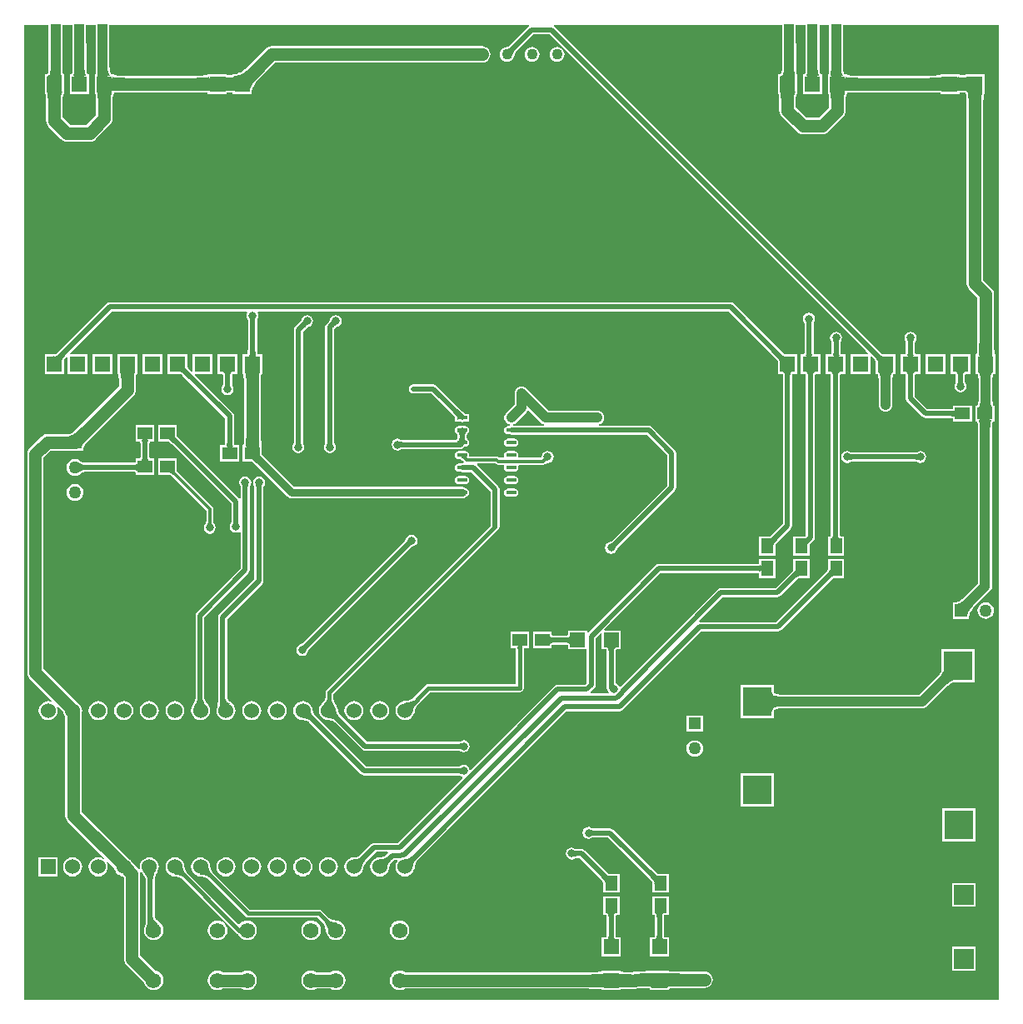
<source format=gtl>
G04*
G04 #@! TF.GenerationSoftware,Altium Limited,Altium Designer,18.0.7 (293)*
G04*
G04 Layer_Physical_Order=1*
G04 Layer_Color=255*
%FSLAX44Y44*%
%MOMM*%
G71*
G01*
G75*
%ADD10O,1.0500X0.4200*%
%ADD11R,1.0500X0.4200*%
%ADD12R,1.5240X1.5240*%
%ADD13R,1.5240X1.2700*%
%ADD14R,1.5240X1.5240*%
%ADD15R,1.2700X1.5240*%
%ADD16C,0.5080*%
%ADD17C,0.5000*%
%ADD18C,1.0000*%
%ADD19C,1.2700*%
%ADD20C,0.3000*%
%ADD21C,0.4000*%
%ADD22C,0.3810*%
%ADD23C,0.7620*%
%ADD24R,1.0000X4.0000*%
%ADD25R,2.0000X2.0000*%
%ADD26R,3.0000X3.0000*%
%ADD27C,1.5240*%
%ADD28C,1.5748*%
%ADD29C,1.1000*%
%ADD30C,1.2700*%
%ADD31R,1.2700X1.2700*%
%ADD32R,1.2700X1.2700*%
%ADD33R,1.6000X1.6000*%
%ADD34C,0.8000*%
%ADD35C,0.7112*%
%ADD36C,0.5000*%
G36*
X787487Y1234765D02*
X787011Y1234263D01*
X786576Y1233749D01*
X786183Y1233225D01*
X785830Y1232689D01*
X785518Y1232141D01*
X785248Y1231582D01*
X785018Y1231012D01*
X784830Y1230431D01*
X784683Y1229838D01*
X784576Y1229234D01*
X778364Y1235446D01*
X778968Y1235553D01*
X779561Y1235700D01*
X780143Y1235888D01*
X780713Y1236118D01*
X781271Y1236388D01*
X781819Y1236700D01*
X782355Y1237053D01*
X782879Y1237446D01*
X783393Y1237881D01*
X783895Y1238357D01*
X787487Y1234765D01*
D02*
G37*
G36*
X1118644Y1216069D02*
X1118775Y1214370D01*
X1118993Y1212869D01*
X1119299Y1211570D01*
X1119692Y1210470D01*
X1120173Y1209569D01*
X1120741Y1208869D01*
X1121396Y1208370D01*
X1122139Y1208070D01*
X1122970Y1207970D01*
X1107030D01*
X1107329Y1208070D01*
X1107596Y1208370D01*
X1107831Y1208869D01*
X1108035Y1209569D01*
X1108208Y1210470D01*
X1108349Y1211570D01*
X1108537Y1214370D01*
X1108600Y1217970D01*
X1118600D01*
X1118644Y1216069D01*
D02*
G37*
G36*
X1094729D02*
X1094958Y1212869D01*
X1095159Y1211570D01*
X1095417Y1210470D01*
X1095733Y1209569D01*
X1096106Y1208869D01*
X1096536Y1208370D01*
X1097024Y1208070D01*
X1097570Y1207970D01*
X1081630D01*
X1082214Y1208070D01*
X1082736Y1208370D01*
X1083196Y1208869D01*
X1083595Y1209569D01*
X1083933Y1210470D01*
X1084209Y1211570D01*
X1084424Y1212869D01*
X1084577Y1214370D01*
X1084700Y1217970D01*
X1094700D01*
X1094729Y1216069D01*
D02*
G37*
G36*
X373149D02*
X373295Y1214370D01*
X373538Y1212869D01*
X373879Y1211570D01*
X374317Y1210470D01*
X374853Y1209569D01*
X375486Y1208869D01*
X376217Y1208370D01*
X377044Y1208070D01*
X377970Y1207970D01*
X362030D01*
X362234Y1208070D01*
X362416Y1208370D01*
X362576Y1208869D01*
X362715Y1209569D01*
X362833Y1210470D01*
X363004Y1212869D01*
X363100Y1217970D01*
X373100D01*
X373149Y1216069D01*
D02*
G37*
G36*
X349630D02*
X349867Y1212869D01*
X350075Y1211570D01*
X350342Y1210470D01*
X350669Y1209569D01*
X351055Y1208869D01*
X351501Y1208370D01*
X352005Y1208070D01*
X352570Y1207970D01*
X336631D01*
X337195Y1208070D01*
X337700Y1208370D01*
X338145Y1208869D01*
X338531Y1209569D01*
X338858Y1210470D01*
X339125Y1211570D01*
X339333Y1212869D01*
X339481Y1214370D01*
X339600Y1217970D01*
X349600D01*
X349630Y1216069D01*
D02*
G37*
G36*
X1070814Y1215910D02*
X1071293Y1209409D01*
X1071471Y1208709D01*
X1071676Y1208210D01*
X1071909Y1207909D01*
X1072169Y1207810D01*
X1056230D01*
X1057099Y1207909D01*
X1057876Y1208210D01*
X1058561Y1208709D01*
X1059155Y1209409D01*
X1059658Y1210310D01*
X1060069Y1211410D01*
X1060389Y1212710D01*
X1060617Y1214210D01*
X1060754Y1215910D01*
X1060800Y1217810D01*
X1070800D01*
X1070814Y1215910D01*
D02*
G37*
G36*
X325319D02*
X325599Y1211410D01*
X325767Y1210310D01*
X325973Y1209409D01*
X326216Y1208709D01*
X326497Y1208210D01*
X326814Y1207909D01*
X327169Y1207810D01*
X311231D01*
X312004Y1207909D01*
X312696Y1208210D01*
X313306Y1208709D01*
X313835Y1209409D01*
X314283Y1210310D01*
X314649Y1211410D01*
X314934Y1212710D01*
X315137Y1214210D01*
X315259Y1215910D01*
X315300Y1217810D01*
X325300D01*
X325319Y1215910D01*
D02*
G37*
G36*
X1246831Y1206393D02*
X1247656Y1206366D01*
X1250070Y1206350D01*
Y1193650D01*
X1247656Y1193634D01*
X1246831Y1193577D01*
Y1192030D01*
X1262769D01*
X1262462Y1191904D01*
X1262187Y1191523D01*
X1261944Y1190888D01*
X1261733Y1189998D01*
X1261555Y1188856D01*
X1261296Y1185807D01*
X1261166Y1181743D01*
X1261150Y1179331D01*
X1248450D01*
X1248434Y1181743D01*
X1247867Y1189998D01*
X1247656Y1190888D01*
X1247413Y1191523D01*
X1247138Y1191904D01*
X1246831Y1192030D01*
X1246703Y1192338D01*
X1246322Y1192614D01*
X1245687Y1192856D01*
X1244799Y1193067D01*
X1243655Y1193245D01*
X1242914Y1193308D01*
X1239401Y1193067D01*
X1238512Y1192856D01*
X1237878Y1192614D01*
X1237496Y1192338D01*
X1237370Y1192030D01*
Y1193607D01*
X1236544Y1193634D01*
X1234130Y1193650D01*
Y1206350D01*
X1236544Y1206366D01*
X1237370Y1206423D01*
Y1207970D01*
X1237496Y1207662D01*
X1237878Y1207386D01*
X1238512Y1207143D01*
X1239401Y1206933D01*
X1240545Y1206755D01*
X1241286Y1206692D01*
X1244799Y1206933D01*
X1245687Y1207143D01*
X1246322Y1207386D01*
X1246703Y1207662D01*
X1246831Y1207970D01*
Y1206393D01*
D02*
G37*
G36*
X526750Y1207970D02*
X525043Y1206194D01*
X522170Y1202763D01*
X521002Y1201109D01*
X520015Y1199495D01*
X519206Y1197921D01*
X518578Y1196388D01*
X518129Y1194895D01*
X517859Y1193442D01*
X517770Y1192030D01*
X505070Y1204731D01*
Y1193650D01*
X502657Y1193634D01*
X501830Y1193577D01*
Y1192030D01*
X501703Y1192338D01*
X501323Y1192614D01*
X500687Y1192856D01*
X499799Y1193067D01*
X498656Y1193245D01*
X497914Y1193308D01*
X494402Y1193067D01*
X493512Y1192856D01*
X492878Y1192614D01*
X492496Y1192338D01*
X492369Y1192030D01*
Y1193607D01*
X491544Y1193634D01*
X489131Y1193650D01*
Y1206350D01*
X491544Y1206366D01*
X492369Y1206423D01*
Y1207970D01*
X492496Y1207662D01*
X492878Y1207386D01*
X493512Y1207143D01*
X494402Y1206933D01*
X495545Y1206755D01*
X496286Y1206692D01*
X499799Y1206933D01*
X500687Y1207143D01*
X501323Y1207386D01*
X501703Y1207662D01*
X501830Y1207970D01*
Y1206393D01*
X502657Y1206366D01*
X503439Y1206361D01*
X501830Y1207970D01*
X503242Y1208059D01*
X504695Y1208329D01*
X506188Y1208778D01*
X507721Y1209406D01*
X509295Y1210214D01*
X510909Y1211202D01*
X512563Y1212370D01*
X514258Y1213717D01*
X517770Y1216950D01*
X526750Y1207970D01*
D02*
G37*
G36*
X1221431Y1192030D02*
X1221303Y1192338D01*
X1220922Y1192614D01*
X1220287Y1192856D01*
X1219398Y1193067D01*
X1218255Y1193245D01*
X1215208Y1193504D01*
X1211143Y1193634D01*
X1208730Y1193650D01*
Y1206350D01*
X1211143Y1206366D01*
X1219398Y1206933D01*
X1220287Y1207143D01*
X1220922Y1207386D01*
X1221303Y1207662D01*
X1221431Y1207970D01*
Y1192030D01*
D02*
G37*
G36*
X476431D02*
X476303Y1192338D01*
X475923Y1192614D01*
X475288Y1192856D01*
X474398Y1193067D01*
X473256Y1193245D01*
X470207Y1193504D01*
X466143Y1193634D01*
X463731Y1193650D01*
Y1206350D01*
X466143Y1206366D01*
X474398Y1206933D01*
X475288Y1207143D01*
X475923Y1207386D01*
X476303Y1207662D01*
X476431Y1207970D01*
Y1192030D01*
D02*
G37*
G36*
X1106600Y1241359D02*
X1106540Y1240900D01*
Y1216773D01*
X1106499Y1214456D01*
X1106318Y1211768D01*
X1106193Y1210792D01*
X1106050Y1210048D01*
X1106036Y1210000D01*
X1105000D01*
Y1208124D01*
X1104996Y1208110D01*
X1105000Y1208080D01*
Y1208013D01*
X1104991Y1207970D01*
X1105000Y1207926D01*
Y1192074D01*
X1104991Y1192030D01*
X1104992Y1192029D01*
X1104991Y1192028D01*
X1105000Y1191984D01*
Y1190000D01*
X1105971D01*
X1106044Y1189691D01*
X1106578Y1181916D01*
Y1176401D01*
X1095824Y1165646D01*
X1083242D01*
X1072622Y1176266D01*
Y1182074D01*
X1072732Y1185529D01*
X1072981Y1188452D01*
X1073136Y1189446D01*
X1073229Y1189840D01*
X1074200D01*
Y1191824D01*
X1074209Y1191868D01*
X1074208Y1191869D01*
X1074209Y1191870D01*
X1074200Y1191914D01*
Y1207766D01*
X1074209Y1207810D01*
X1074203Y1207836D01*
X1074208Y1207862D01*
X1074200Y1207898D01*
Y1209840D01*
X1073306D01*
X1072860Y1215883D01*
Y1240900D01*
X1072800Y1241359D01*
Y1260291D01*
X1082700D01*
Y1241359D01*
X1082640Y1240900D01*
Y1217383D01*
X1082542Y1214508D01*
X1082402Y1213140D01*
X1082211Y1211985D01*
X1081983Y1211078D01*
X1081743Y1210438D01*
X1081539Y1210080D01*
X1081476Y1210012D01*
X1081406Y1210000D01*
X1079600D01*
Y1208013D01*
X1079591Y1207970D01*
X1079600Y1207926D01*
Y1190000D01*
X1099600D01*
Y1207926D01*
X1099609Y1207970D01*
X1099600Y1208013D01*
Y1210000D01*
X1097824D01*
X1097799Y1210028D01*
X1097606Y1210391D01*
X1097378Y1211042D01*
X1097162Y1211959D01*
X1096986Y1213099D01*
X1096767Y1216158D01*
X1096760Y1216582D01*
Y1240900D01*
X1096700Y1241359D01*
Y1260291D01*
X1106600D01*
Y1241359D01*
D02*
G37*
G36*
X361100Y1241559D02*
X361040Y1241100D01*
Y1216867D01*
X360966Y1212961D01*
X360803Y1210674D01*
X360715Y1210000D01*
X360000D01*
Y1208013D01*
X359991Y1207970D01*
X360000Y1207926D01*
Y1207871D01*
X359995Y1207838D01*
X360000Y1207821D01*
Y1192074D01*
X359991Y1192030D01*
X359992Y1192029D01*
X359991Y1192028D01*
X360000Y1191984D01*
Y1190000D01*
X360971D01*
X361044Y1189691D01*
X361578Y1181916D01*
Y1168254D01*
X351604Y1158280D01*
X335466D01*
X327622Y1166124D01*
Y1182074D01*
X327732Y1185529D01*
X327981Y1188452D01*
X328136Y1189446D01*
X328229Y1189840D01*
X329200D01*
Y1191824D01*
X329209Y1191868D01*
X329208Y1191869D01*
X329209Y1191870D01*
X329200Y1191914D01*
Y1207766D01*
X329209Y1207810D01*
X329200Y1207853D01*
Y1209840D01*
X327982D01*
X327936Y1209973D01*
X327772Y1210692D01*
X327629Y1211627D01*
X327360Y1215933D01*
Y1241100D01*
X327300Y1241559D01*
Y1260291D01*
X337200D01*
Y1219100D01*
X337540D01*
Y1217361D01*
X337445Y1214504D01*
X337309Y1213131D01*
X337124Y1211972D01*
X336903Y1211060D01*
X336668Y1210415D01*
X336470Y1210055D01*
X336425Y1210004D01*
X336402Y1210000D01*
X334600D01*
Y1208013D01*
X334591Y1207970D01*
X334600Y1207926D01*
Y1190000D01*
X354600D01*
Y1207926D01*
X354609Y1207970D01*
X354600Y1208013D01*
Y1210000D01*
X352798D01*
X352775Y1210004D01*
X352730Y1210055D01*
X352532Y1210415D01*
X352297Y1211060D01*
X352076Y1211972D01*
X351894Y1213106D01*
X351668Y1216161D01*
X351660Y1216630D01*
Y1240700D01*
X351420Y1242527D01*
X351200Y1243058D01*
Y1260291D01*
X361100D01*
Y1241559D01*
D02*
G37*
G36*
X1123096Y1207662D02*
X1123477Y1207386D01*
X1124112Y1207143D01*
X1125002Y1206933D01*
X1126144Y1206755D01*
X1129193Y1206496D01*
X1133257Y1206366D01*
X1135669Y1206350D01*
Y1193650D01*
X1133257Y1193634D01*
X1125002Y1193067D01*
X1124112Y1192856D01*
X1123477Y1192614D01*
X1123096Y1192338D01*
X1122970Y1192030D01*
X1122662Y1191904D01*
X1122386Y1191523D01*
X1122144Y1190888D01*
X1121933Y1189998D01*
X1121755Y1188856D01*
X1121496Y1185807D01*
X1121366Y1181743D01*
X1121350Y1179331D01*
X1108650D01*
X1108634Y1181743D01*
X1108067Y1189998D01*
X1107857Y1190888D01*
X1107614Y1191523D01*
X1107338Y1191904D01*
X1107030Y1192030D01*
X1122970D01*
Y1207970D01*
X1123096Y1207662D01*
D02*
G37*
G36*
X378097D02*
X378478Y1207386D01*
X379113Y1207143D01*
X380001Y1206933D01*
X381144Y1206755D01*
X384193Y1206496D01*
X388256Y1206366D01*
X390670Y1206350D01*
Y1193650D01*
X388256Y1193634D01*
X380001Y1193067D01*
X379113Y1192856D01*
X378478Y1192614D01*
X378097Y1192338D01*
X377970Y1192030D01*
X377662Y1191904D01*
X377387Y1191523D01*
X377144Y1190888D01*
X376933Y1189998D01*
X376755Y1188856D01*
X376496Y1185807D01*
X376366Y1181743D01*
X376350Y1179331D01*
X363650D01*
X363634Y1181743D01*
X363067Y1189998D01*
X362856Y1190888D01*
X362613Y1191523D01*
X362338Y1191904D01*
X362030Y1192030D01*
X377970D01*
Y1207970D01*
X378097Y1207662D01*
D02*
G37*
G36*
X1071862Y1191743D02*
X1071587Y1191363D01*
X1071344Y1190727D01*
X1071133Y1189838D01*
X1070955Y1188696D01*
X1070696Y1185648D01*
X1070566Y1181583D01*
X1070550Y1179171D01*
X1057850D01*
X1057834Y1181583D01*
X1057267Y1189838D01*
X1057057Y1190727D01*
X1056814Y1191363D01*
X1056538Y1191743D01*
X1056230Y1191870D01*
X1072169D01*
X1071862Y1191743D01*
D02*
G37*
G36*
X326862D02*
X326586Y1191363D01*
X326343Y1190727D01*
X326133Y1189838D01*
X325955Y1188696D01*
X325696Y1185648D01*
X325566Y1181583D01*
X325550Y1179171D01*
X312850D01*
X312834Y1181583D01*
X312267Y1189838D01*
X312056Y1190727D01*
X311814Y1191363D01*
X311538Y1191743D01*
X311231Y1191870D01*
X327169D01*
X326862Y1191743D01*
D02*
G37*
G36*
X1271766Y933776D02*
X1272333Y925521D01*
X1272544Y924632D01*
X1272786Y923997D01*
X1273062Y923616D01*
X1273370Y923490D01*
X1257430D01*
X1257738Y923616D01*
X1258014Y923997D01*
X1258257Y924632D01*
X1258467Y925521D01*
X1258645Y926665D01*
X1258904Y929713D01*
X1259034Y933776D01*
X1259050Y936189D01*
X1271750D01*
X1271766Y933776D01*
D02*
G37*
G36*
X1155990Y926928D02*
X1156875Y926073D01*
X1158746Y924486D01*
X1159574Y923908D01*
X1160328Y923474D01*
X1161011Y923184D01*
X1161620Y923037D01*
X1162158Y923034D01*
X1162622Y923175D01*
X1163015Y923459D01*
X1161524Y921968D01*
X1162461Y921143D01*
X1163018Y920797D01*
X1163466Y920589D01*
X1163803Y920520D01*
X1158800Y915517D01*
X1158731Y915854D01*
X1158523Y916302D01*
X1158177Y916859D01*
X1157694Y917526D01*
X1157416Y917860D01*
X1155861Y916305D01*
X1156145Y916698D01*
X1156286Y917162D01*
X1156283Y917700D01*
X1156136Y918309D01*
X1155846Y918992D01*
X1155412Y919746D01*
X1154834Y920574D01*
X1154112Y921473D01*
X1152296Y923427D01*
X1151888Y923840D01*
X1155480Y927432D01*
X1155990Y926928D01*
D02*
G37*
G36*
X1272805Y907450D02*
X1272300Y907150D01*
X1271855Y906650D01*
X1271469Y905950D01*
X1271142Y905051D01*
X1270875Y903951D01*
X1270667Y902651D01*
X1270519Y901151D01*
X1270400Y897551D01*
X1260400D01*
X1260370Y899451D01*
X1260133Y902651D01*
X1259925Y903951D01*
X1259658Y905051D01*
X1259331Y905950D01*
X1258945Y906650D01*
X1258500Y907150D01*
X1257995Y907450D01*
X1257430Y907551D01*
X1273370D01*
X1272805Y907450D01*
D02*
G37*
G36*
X1171205D02*
X1170701Y907150D01*
X1170255Y906650D01*
X1169869Y905950D01*
X1169542Y905051D01*
X1169275Y903951D01*
X1169067Y902651D01*
X1168919Y901151D01*
X1168800Y897551D01*
X1158800D01*
X1158770Y899451D01*
X1158533Y902651D01*
X1158325Y903951D01*
X1158058Y905051D01*
X1157731Y905950D01*
X1157345Y906650D01*
X1156899Y907150D01*
X1156395Y907450D01*
X1155831Y907551D01*
X1171769D01*
X1171205Y907450D01*
D02*
G37*
G36*
X1270422Y879436D02*
X1270750Y874936D01*
X1270947Y873836D01*
X1271188Y872936D01*
X1271473Y872236D01*
X1271801Y871736D01*
X1272173Y871436D01*
X1272589Y871336D01*
X1257411D01*
X1257979Y871436D01*
X1258487Y871736D01*
X1258935Y872236D01*
X1259324Y872936D01*
X1259653Y873836D01*
X1259922Y874936D01*
X1260131Y876236D01*
X1260280Y877736D01*
X1260400Y881336D01*
X1270400D01*
X1270422Y879436D01*
D02*
G37*
G36*
X1272097Y858597D02*
X1271657Y858297D01*
X1271269Y857797D01*
X1270932Y857097D01*
X1270647Y856197D01*
X1270414Y855097D01*
X1270233Y853797D01*
X1270104Y852297D01*
X1270000Y848697D01*
X1260000D01*
X1259974Y850597D01*
X1259586Y855097D01*
X1259353Y856197D01*
X1259068Y857097D01*
X1258731Y857797D01*
X1258343Y858297D01*
X1257903Y858597D01*
X1257411Y858697D01*
X1272589D01*
X1272097Y858597D01*
D02*
G37*
G36*
X1253791Y671320D02*
X1252447Y669920D01*
X1250184Y667212D01*
X1249265Y665903D01*
X1248487Y664624D01*
X1247851Y663375D01*
X1247356Y662157D01*
X1247002Y660968D01*
X1246790Y659809D01*
X1246720Y658680D01*
X1234081Y671320D01*
X1235209Y671390D01*
X1236368Y671602D01*
X1237557Y671956D01*
X1238775Y672451D01*
X1240024Y673087D01*
X1241303Y673865D01*
X1242612Y674784D01*
X1243951Y675845D01*
X1246720Y678391D01*
X1253791Y671320D01*
D02*
G37*
G36*
X1279341Y269549D02*
X288599D01*
X288599Y1260291D01*
X313300D01*
Y1241559D01*
X313240Y1241100D01*
Y1216843D01*
X313222Y1216004D01*
X313108Y1214420D01*
X312924Y1213065D01*
X312680Y1211951D01*
X312393Y1211089D01*
X312094Y1210488D01*
X311826Y1210133D01*
X311623Y1209967D01*
X311457Y1209895D01*
X311032Y1209840D01*
X309200D01*
Y1207853D01*
X309191Y1207810D01*
X309200Y1207766D01*
Y1191914D01*
X309191Y1191870D01*
X309192Y1191869D01*
X309191Y1191868D01*
X309200Y1191824D01*
Y1189840D01*
X310171D01*
X310244Y1189531D01*
X310778Y1181756D01*
Y1162636D01*
X311065Y1160456D01*
X311906Y1158425D01*
X313245Y1156681D01*
X326023Y1143903D01*
X327767Y1142564D01*
X329798Y1141723D01*
X331978Y1141436D01*
X355092D01*
X357272Y1141723D01*
X359303Y1142564D01*
X361047Y1143903D01*
X375955Y1158811D01*
X377294Y1160555D01*
X378135Y1162586D01*
X378422Y1164766D01*
Y1182234D01*
X378532Y1185689D01*
X378781Y1188612D01*
X378936Y1189606D01*
X379029Y1190000D01*
X380000D01*
Y1190971D01*
X380308Y1191044D01*
X388084Y1191578D01*
X466634D01*
X470089Y1191468D01*
X473012Y1191219D01*
X474006Y1191064D01*
X474400Y1190971D01*
Y1190000D01*
X476384D01*
X476428Y1189991D01*
X476429Y1189992D01*
X476431Y1189991D01*
X476474Y1190000D01*
X492326D01*
X492369Y1189991D01*
X492371Y1189992D01*
X492372Y1189991D01*
X492416Y1190000D01*
X494400D01*
Y1190971D01*
X494709Y1191044D01*
X497897Y1191263D01*
X498412Y1191219D01*
X499406Y1191064D01*
X499800Y1190971D01*
Y1190000D01*
X501784D01*
X501828Y1189991D01*
X501829Y1189992D01*
X501830Y1189991D01*
X501874Y1190000D01*
X517623D01*
X517640Y1189995D01*
X517674Y1190000D01*
X517726D01*
X517770Y1189991D01*
X517813Y1190000D01*
X519800D01*
Y1191884D01*
X519805Y1191901D01*
X519887Y1193191D01*
X520113Y1194414D01*
X520502Y1195706D01*
X521060Y1197067D01*
X521794Y1198495D01*
X522707Y1199987D01*
X523787Y1201518D01*
X526562Y1204831D01*
X527066Y1205356D01*
X543288Y1221578D01*
X753730D01*
X755910Y1221865D01*
X757941Y1222706D01*
X759685Y1224045D01*
X761024Y1225789D01*
X761865Y1227820D01*
X762152Y1230000D01*
X761865Y1232180D01*
X761024Y1234211D01*
X759685Y1235955D01*
X757941Y1237294D01*
X755910Y1238135D01*
X753730Y1238422D01*
X539800D01*
X537620Y1238135D01*
X535589Y1237294D01*
X533845Y1235955D01*
X515771Y1217882D01*
X512932Y1215267D01*
X511340Y1214003D01*
X509787Y1212907D01*
X508295Y1211994D01*
X506867Y1211260D01*
X505506Y1210702D01*
X504214Y1210313D01*
X502991Y1210087D01*
X501701Y1210005D01*
X501684Y1210000D01*
X499800D01*
Y1209029D01*
X499492Y1208956D01*
X496302Y1208737D01*
X495788Y1208781D01*
X494794Y1208936D01*
X494400Y1209029D01*
Y1210000D01*
X492416D01*
X492372Y1210009D01*
X492371Y1210008D01*
X492369Y1210009D01*
X492326Y1210000D01*
X476474D01*
X476431Y1210009D01*
X476429Y1210008D01*
X476428Y1210009D01*
X476384Y1210000D01*
X474400D01*
Y1209029D01*
X474091Y1208956D01*
X466316Y1208422D01*
X387766D01*
X384311Y1208532D01*
X381388Y1208781D01*
X380394Y1208936D01*
X380000Y1209029D01*
Y1210000D01*
X378160D01*
X377508Y1210070D01*
X377155Y1210198D01*
X376837Y1210416D01*
X376502Y1210787D01*
X376152Y1211374D01*
X375820Y1212208D01*
X375536Y1213292D01*
X375320Y1214621D01*
X375186Y1216183D01*
X375160Y1217169D01*
Y1241100D01*
X375100Y1241559D01*
Y1260291D01*
X801591D01*
X801976Y1259021D01*
X800857Y1258273D01*
X781722Y1239138D01*
X781607Y1239041D01*
X781181Y1238721D01*
X780753Y1238440D01*
X780322Y1238194D01*
X779887Y1237984D01*
X779447Y1237806D01*
X779000Y1237662D01*
X778545Y1237549D01*
X778011Y1237455D01*
X777865Y1237398D01*
X777172Y1237307D01*
X775348Y1236551D01*
X773781Y1235349D01*
X772579Y1233782D01*
X771823Y1231958D01*
X771565Y1230000D01*
X771823Y1228042D01*
X772579Y1226218D01*
X773781Y1224651D01*
X775348Y1223449D01*
X777172Y1222693D01*
X779130Y1222435D01*
X781088Y1222693D01*
X782912Y1223449D01*
X784479Y1224651D01*
X785681Y1226218D01*
X786437Y1228042D01*
X786528Y1228735D01*
X786585Y1228881D01*
X786679Y1229415D01*
X786792Y1229870D01*
X786936Y1230317D01*
X787114Y1230757D01*
X787324Y1231191D01*
X787570Y1231623D01*
X787852Y1232051D01*
X788171Y1232478D01*
X788268Y1232592D01*
X806047Y1250371D01*
X822403D01*
X1146080Y926693D01*
X1145594Y925520D01*
X1128400D01*
Y905520D01*
X1148400D01*
Y922714D01*
X1149573Y923200D01*
X1151696Y921078D01*
X1152568Y920139D01*
X1153201Y919351D01*
X1153689Y918652D01*
X1153800Y918458D01*
Y907594D01*
X1153791Y907551D01*
X1153800Y907507D01*
Y905520D01*
X1155602D01*
X1155625Y905516D01*
X1155670Y905465D01*
X1155869Y905105D01*
X1156103Y904460D01*
X1156324Y903548D01*
X1156506Y902414D01*
X1156732Y899359D01*
X1156740Y898891D01*
Y873800D01*
X1156980Y871973D01*
X1157685Y870270D01*
X1158808Y868808D01*
X1160270Y867685D01*
X1161973Y866980D01*
X1163800Y866740D01*
X1165627Y866980D01*
X1167330Y867685D01*
X1168792Y868808D01*
X1169914Y870270D01*
X1170620Y871973D01*
X1170860Y873800D01*
Y898160D01*
X1170955Y901016D01*
X1171090Y902389D01*
X1171276Y903548D01*
X1171497Y904460D01*
X1171732Y905105D01*
X1171930Y905465D01*
X1171975Y905516D01*
X1171998Y905520D01*
X1173800D01*
Y907507D01*
X1173809Y907551D01*
X1173800Y907594D01*
Y925520D01*
X1160862D01*
X1160668Y925631D01*
X1159993Y926103D01*
X1158486Y927380D01*
X827593Y1258273D01*
X826474Y1259021D01*
X826859Y1260291D01*
X1058800D01*
Y1241359D01*
X1058740Y1240900D01*
Y1216953D01*
X1058717Y1216016D01*
X1058590Y1214445D01*
X1058387Y1213107D01*
X1058117Y1212012D01*
X1057802Y1211169D01*
X1057471Y1210577D01*
X1057163Y1210214D01*
X1056890Y1210015D01*
X1056607Y1209905D01*
X1056038Y1209840D01*
X1054200D01*
Y1207853D01*
X1054191Y1207810D01*
X1054200Y1207766D01*
Y1191914D01*
X1054191Y1191870D01*
X1054192Y1191869D01*
X1054191Y1191868D01*
X1054200Y1191824D01*
Y1189840D01*
X1055171D01*
X1055244Y1189531D01*
X1055778Y1181756D01*
Y1172778D01*
X1056065Y1170598D01*
X1056906Y1168567D01*
X1058245Y1166823D01*
X1073799Y1151269D01*
X1075543Y1149930D01*
X1077574Y1149089D01*
X1079754Y1148802D01*
X1099312D01*
X1101492Y1149089D01*
X1103523Y1149930D01*
X1105267Y1151269D01*
X1120955Y1166957D01*
X1122294Y1168701D01*
X1123135Y1170732D01*
X1123422Y1172912D01*
Y1182234D01*
X1123532Y1185689D01*
X1123781Y1188612D01*
X1123936Y1189606D01*
X1124029Y1190000D01*
X1125000D01*
Y1190971D01*
X1125309Y1191044D01*
X1133084Y1191578D01*
X1211634D01*
X1215089Y1191468D01*
X1218012Y1191219D01*
X1219006Y1191064D01*
X1219400Y1190971D01*
Y1190000D01*
X1221384D01*
X1221428Y1189991D01*
X1221429Y1189992D01*
X1221431Y1189991D01*
X1221474Y1190000D01*
X1237326D01*
X1237370Y1189991D01*
X1237371Y1189992D01*
X1237372Y1189991D01*
X1237416Y1190000D01*
X1239400D01*
Y1190971D01*
X1239708Y1191044D01*
X1242897Y1191263D01*
X1243412Y1191219D01*
X1244406Y1191064D01*
X1244800Y1190971D01*
Y1190000D01*
X1245771D01*
X1245844Y1189691D01*
X1246378Y1181916D01*
Y997418D01*
X1246665Y995238D01*
X1247506Y993207D01*
X1248845Y991463D01*
X1256978Y983329D01*
Y933286D01*
X1256868Y929831D01*
X1256619Y926908D01*
X1256464Y925914D01*
X1256371Y925520D01*
X1255400D01*
Y923536D01*
X1255391Y923492D01*
X1255392Y923491D01*
X1255391Y923490D01*
X1255400Y923446D01*
Y907594D01*
X1255391Y907551D01*
X1255400Y907507D01*
Y905520D01*
X1257202D01*
X1257225Y905516D01*
X1257270Y905465D01*
X1257468Y905105D01*
X1257703Y904460D01*
X1257924Y903548D01*
X1258105Y902414D01*
X1258332Y899359D01*
X1258340Y898891D01*
Y880731D01*
X1258245Y877871D01*
X1258108Y876499D01*
X1257921Y875341D01*
X1257699Y874430D01*
X1257463Y873786D01*
X1257264Y873426D01*
X1257215Y873372D01*
X1257183Y873366D01*
X1255380D01*
Y871380D01*
X1255371Y871336D01*
X1255380Y871292D01*
Y858740D01*
X1255371Y858697D01*
X1255380Y858653D01*
Y856666D01*
X1257012D01*
X1257167Y856343D01*
X1257378Y855676D01*
X1257565Y854797D01*
X1257936Y850495D01*
X1257940Y850237D01*
Y692524D01*
X1244935Y679520D01*
X1242626Y677397D01*
X1241392Y676419D01*
X1240186Y675573D01*
X1239030Y674869D01*
X1237927Y674307D01*
X1236881Y673882D01*
X1235892Y673588D01*
X1234961Y673418D01*
X1233953Y673355D01*
X1233935Y673350D01*
X1232050D01*
Y671363D01*
X1232041Y671320D01*
X1232050Y671276D01*
Y671227D01*
X1232045Y671192D01*
X1232050Y671174D01*
Y656650D01*
X1246574D01*
X1246592Y656645D01*
X1246627Y656650D01*
X1246676D01*
X1246720Y656641D01*
X1246763Y656650D01*
X1248750D01*
Y658535D01*
X1248755Y658553D01*
X1248818Y659561D01*
X1248988Y660492D01*
X1249282Y661481D01*
X1249707Y662527D01*
X1250269Y663630D01*
X1250973Y664786D01*
X1251804Y665970D01*
X1253967Y668559D01*
X1254524Y669139D01*
X1269993Y684607D01*
X1271115Y686070D01*
X1271820Y687773D01*
X1272060Y689600D01*
Y849404D01*
X1272140Y852180D01*
X1272260Y853568D01*
X1272424Y854744D01*
X1272622Y855676D01*
X1272833Y856343D01*
X1272988Y856666D01*
X1274620D01*
Y858653D01*
X1274629Y858697D01*
X1274620Y858740D01*
Y871292D01*
X1274629Y871336D01*
X1274620Y871380D01*
Y873366D01*
X1273214D01*
X1273125Y873586D01*
X1272940Y874280D01*
X1272776Y875191D01*
X1272460Y879520D01*
Y898160D01*
X1272555Y901016D01*
X1272691Y902389D01*
X1272876Y903548D01*
X1273098Y904460D01*
X1273332Y905105D01*
X1273530Y905465D01*
X1273575Y905516D01*
X1273598Y905520D01*
X1275400D01*
Y907507D01*
X1275409Y907551D01*
X1275400Y907594D01*
Y923446D01*
X1275409Y923490D01*
X1275408Y923491D01*
X1275409Y923492D01*
X1275400Y923536D01*
Y925520D01*
X1274429D01*
X1274356Y925828D01*
X1273822Y933604D01*
Y986818D01*
X1273535Y988998D01*
X1272694Y991029D01*
X1271355Y992773D01*
X1263222Y1000907D01*
Y1182234D01*
X1263332Y1185689D01*
X1263581Y1188612D01*
X1263736Y1189606D01*
X1263829Y1190000D01*
X1264800D01*
Y1191984D01*
X1264809Y1192028D01*
X1264808Y1192029D01*
X1264809Y1192030D01*
X1264800Y1192074D01*
Y1210000D01*
X1246874D01*
X1246831Y1210009D01*
X1246829Y1210008D01*
X1246828Y1210009D01*
X1246784Y1210000D01*
X1244800D01*
Y1209029D01*
X1244492Y1208956D01*
X1241302Y1208737D01*
X1240788Y1208781D01*
X1239794Y1208936D01*
X1239400Y1209029D01*
Y1210000D01*
X1237416D01*
X1237372Y1210009D01*
X1237371Y1210008D01*
X1237370Y1210009D01*
X1237326Y1210000D01*
X1221474D01*
X1221431Y1210009D01*
X1221429Y1210008D01*
X1221428Y1210009D01*
X1221384Y1210000D01*
X1219400D01*
Y1209029D01*
X1219091Y1208956D01*
X1211316Y1208422D01*
X1132766D01*
X1129311Y1208532D01*
X1126388Y1208781D01*
X1125394Y1208936D01*
X1125000Y1209029D01*
Y1210000D01*
X1123164D01*
X1122652Y1210062D01*
X1122415Y1210157D01*
X1122171Y1210343D01*
X1121880Y1210703D01*
X1121562Y1211298D01*
X1121258Y1212148D01*
X1120998Y1213251D01*
X1120803Y1214595D01*
X1120681Y1216171D01*
X1120660Y1217072D01*
Y1240900D01*
X1120600Y1241359D01*
Y1260291D01*
X1279341D01*
X1279341Y269549D01*
D02*
G37*
%LPC*%
G36*
X830000Y1237565D02*
X828042Y1237307D01*
X826218Y1236551D01*
X824651Y1235349D01*
X823449Y1233782D01*
X822693Y1231958D01*
X822435Y1230000D01*
X822693Y1228042D01*
X823449Y1226218D01*
X824651Y1224651D01*
X826218Y1223449D01*
X828042Y1222693D01*
X830000Y1222435D01*
X831958Y1222693D01*
X833782Y1223449D01*
X835349Y1224651D01*
X836551Y1226218D01*
X837307Y1228042D01*
X837565Y1230000D01*
X837307Y1231958D01*
X836551Y1233782D01*
X835349Y1235349D01*
X833782Y1236551D01*
X831958Y1237307D01*
X830000Y1237565D01*
D02*
G37*
G36*
X804530Y1237565D02*
X802572Y1237307D01*
X800748Y1236551D01*
X799181Y1235349D01*
X797979Y1233782D01*
X797223Y1231958D01*
X796965Y1230000D01*
X797223Y1228042D01*
X797979Y1226218D01*
X799181Y1224651D01*
X800748Y1223449D01*
X802572Y1222693D01*
X804530Y1222435D01*
X806488Y1222693D01*
X808312Y1223449D01*
X809879Y1224651D01*
X811081Y1226218D01*
X811837Y1228042D01*
X812095Y1230000D01*
X811837Y1231958D01*
X811081Y1233782D01*
X809879Y1235349D01*
X808312Y1236551D01*
X806488Y1237307D01*
X804530Y1237565D01*
D02*
G37*
G36*
X1006138Y978211D02*
X1006138Y978211D01*
X375682D01*
X375682Y978211D01*
X373910Y977859D01*
X372409Y976855D01*
X322920Y927366D01*
X322389Y926898D01*
X321625Y926292D01*
X320949Y925825D01*
X320414Y925520D01*
X309200D01*
Y905520D01*
X329200D01*
Y920152D01*
X329612Y920735D01*
X330975Y922329D01*
X331427Y922781D01*
X332600Y922295D01*
Y905520D01*
X352600D01*
Y925520D01*
X335825D01*
X335339Y926693D01*
X377599Y968953D01*
X514684D01*
X515283Y967833D01*
X514748Y967033D01*
X514282Y964692D01*
X514748Y962351D01*
X515431Y961328D01*
X515485Y961189D01*
X515539Y961106D01*
X515550Y961081D01*
X515576Y961006D01*
X515690Y960508D01*
X515726Y960257D01*
X515771Y959570D01*
Y930987D01*
X515649Y927843D01*
X515448Y925781D01*
X515397Y925656D01*
X515315Y925520D01*
X510400D01*
Y907594D01*
X510391Y907551D01*
X510392Y907549D01*
X510391Y907548D01*
X510400Y907504D01*
Y905520D01*
X511371D01*
X511444Y905211D01*
X511978Y897436D01*
Y841145D01*
X511866Y837679D01*
X511615Y834758D01*
X511458Y833765D01*
X511362Y833366D01*
X510380D01*
Y831390D01*
X510371Y831347D01*
X510372Y831341D01*
X510371Y831336D01*
X510380Y831292D01*
Y816666D01*
X518928D01*
X519772Y816184D01*
X520841Y815443D01*
X523100Y813539D01*
X556227Y780411D01*
X558149Y779127D01*
X560416Y778676D01*
X733480D01*
X735747Y779127D01*
X737669Y780411D01*
X737834Y780659D01*
X738230Y780738D01*
X739586Y781644D01*
X740492Y783000D01*
X740810Y784600D01*
X740492Y786200D01*
X739586Y787556D01*
X738230Y788462D01*
X737834Y788541D01*
X737669Y788789D01*
X735747Y790073D01*
X733480Y790524D01*
X562870D01*
X533013Y820381D01*
X531610Y821887D01*
X530586Y823158D01*
X529793Y824287D01*
X529620Y824587D01*
Y831292D01*
X529629Y831336D01*
X529620Y831380D01*
Y833366D01*
X529348D01*
X528822Y841320D01*
Y897754D01*
X528932Y901209D01*
X529181Y904132D01*
X529336Y905126D01*
X529429Y905520D01*
X530400D01*
Y907504D01*
X530409Y907548D01*
X530408Y907549D01*
X530409Y907551D01*
X530400Y907594D01*
Y925520D01*
X525485D01*
X525402Y925656D01*
X525395Y925674D01*
X525029Y931325D01*
Y959811D01*
X525030Y959827D01*
X525119Y960560D01*
X525164Y960791D01*
X525213Y960974D01*
X525250Y961081D01*
X525261Y961106D01*
X525314Y961189D01*
X525369Y961328D01*
X526052Y962351D01*
X526517Y964692D01*
X526052Y967033D01*
X525517Y967833D01*
X526116Y968953D01*
X1004221D01*
X1052096Y921078D01*
X1052968Y920139D01*
X1053601Y919351D01*
X1054089Y918652D01*
X1054200Y918458D01*
Y905520D01*
X1058930D01*
X1059111Y905501D01*
X1059112Y905500D01*
X1059200Y905357D01*
X1059318Y905068D01*
X1059436Y904628D01*
X1059534Y904042D01*
X1059571Y903622D01*
Y753107D01*
X1048696Y742233D01*
X1047704Y741307D01*
X1046880Y740641D01*
X1046227Y740180D01*
X1035220D01*
Y720940D01*
X1051920D01*
Y731733D01*
X1052187Y732200D01*
X1052641Y732857D01*
X1053849Y734293D01*
X1067473Y747917D01*
X1067473Y747917D01*
X1068477Y749419D01*
X1068829Y751190D01*
Y903622D01*
X1068866Y904041D01*
X1068964Y904628D01*
X1069082Y905068D01*
X1069200Y905357D01*
X1069288Y905500D01*
X1069289Y905501D01*
X1069470Y905520D01*
X1074200D01*
Y925520D01*
X1061262D01*
X1061068Y925631D01*
X1060393Y926103D01*
X1058886Y927380D01*
X1009411Y976855D01*
X1007909Y977859D01*
X1006138Y978211D01*
D02*
G37*
G36*
X479600Y925520D02*
X459600D01*
Y908268D01*
X458427Y907782D01*
X456273Y909935D01*
X455412Y910863D01*
X454795Y911635D01*
X454319Y912318D01*
X454200Y912527D01*
Y914578D01*
X454209Y914622D01*
X454200Y914665D01*
Y925520D01*
X434200D01*
Y905520D01*
X445055D01*
X445098Y905511D01*
X445142Y905520D01*
X447193D01*
X447402Y905401D01*
X448062Y904942D01*
X449542Y903689D01*
X492552Y860679D01*
Y835204D01*
X492516Y834794D01*
X492420Y834220D01*
X492304Y833790D01*
X492190Y833509D01*
X492113Y833383D01*
X491950Y833366D01*
X487520D01*
Y816666D01*
X506760D01*
Y833366D01*
X502330D01*
X502167Y833383D01*
X502090Y833509D01*
X501976Y833790D01*
X501860Y834219D01*
X501764Y834794D01*
X501728Y835204D01*
Y862580D01*
X501379Y864336D01*
X500384Y865824D01*
X461862Y904347D01*
X462348Y905520D01*
X479600D01*
Y925520D01*
D02*
G37*
G36*
X1224600D02*
X1204600D01*
Y905520D01*
X1224600D01*
Y925520D01*
D02*
G37*
G36*
X428800D02*
X408800D01*
Y905520D01*
X428800D01*
Y925520D01*
D02*
G37*
G36*
X378000D02*
X358000D01*
Y905520D01*
X378000D01*
Y925520D01*
D02*
G37*
G36*
X1250000D02*
X1230000D01*
Y905520D01*
X1234730D01*
X1234911Y905501D01*
X1234912Y905500D01*
X1235000Y905357D01*
X1235118Y905068D01*
X1235236Y904628D01*
X1235334Y904042D01*
X1235371Y903622D01*
Y897643D01*
X1235284Y896910D01*
X1235240Y896678D01*
X1235193Y896495D01*
X1235157Y896390D01*
X1235148Y896370D01*
X1235098Y896291D01*
X1235045Y896153D01*
X1234376Y895151D01*
X1233911Y892810D01*
X1234376Y890469D01*
X1235702Y888484D01*
X1237687Y887158D01*
X1240028Y886693D01*
X1242369Y887158D01*
X1244354Y888484D01*
X1245680Y890469D01*
X1246145Y892810D01*
X1245680Y895151D01*
X1244982Y896195D01*
X1244927Y896334D01*
X1244871Y896422D01*
X1244857Y896451D01*
X1244830Y896528D01*
X1244713Y897027D01*
X1244677Y897275D01*
X1244629Y897979D01*
Y903622D01*
X1244666Y904041D01*
X1244764Y904628D01*
X1244882Y905068D01*
X1245000Y905357D01*
X1245088Y905500D01*
X1245089Y905501D01*
X1245270Y905520D01*
X1250000D01*
Y925520D01*
D02*
G37*
G36*
X505000D02*
X485000D01*
Y905520D01*
X489730D01*
X489911Y905501D01*
X489912Y905500D01*
X490000Y905357D01*
X490118Y905068D01*
X490236Y904628D01*
X490334Y904042D01*
X490371Y903622D01*
Y894881D01*
X490370Y894865D01*
X490281Y894132D01*
X490236Y893901D01*
X490187Y893718D01*
X490150Y893611D01*
X490139Y893586D01*
X490085Y893503D01*
X490031Y893364D01*
X489348Y892341D01*
X488882Y890000D01*
X489348Y887659D01*
X490674Y885674D01*
X492659Y884348D01*
X495000Y883883D01*
X497341Y884348D01*
X499326Y885674D01*
X500652Y887659D01*
X501118Y890000D01*
X500652Y892341D01*
X499969Y893364D01*
X499915Y893503D01*
X499861Y893586D01*
X499850Y893611D01*
X499824Y893686D01*
X499710Y894184D01*
X499674Y894435D01*
X499629Y895122D01*
Y903622D01*
X499666Y904041D01*
X499764Y904628D01*
X499882Y905068D01*
X500000Y905357D01*
X500088Y905500D01*
X500089Y905501D01*
X500270Y905520D01*
X505000D01*
Y925520D01*
D02*
G37*
G36*
X1189200Y948118D02*
X1186859Y947652D01*
X1184874Y946326D01*
X1183548Y944341D01*
X1183083Y942000D01*
X1183548Y939659D01*
X1184231Y938636D01*
X1184286Y938497D01*
X1184339Y938414D01*
X1184350Y938390D01*
X1184376Y938314D01*
X1184490Y937816D01*
X1184526Y937565D01*
X1184571Y936878D01*
Y927410D01*
X1184534Y926986D01*
X1184436Y926395D01*
X1184317Y925949D01*
X1184197Y925656D01*
X1184115Y925520D01*
X1179200D01*
Y905520D01*
X1183930D01*
X1184111Y905501D01*
X1184112Y905500D01*
X1184200Y905357D01*
X1184318Y905068D01*
X1184436Y904628D01*
X1184534Y904042D01*
X1184571Y903622D01*
Y880200D01*
X1184571Y880200D01*
X1184923Y878429D01*
X1185927Y876927D01*
X1201111Y861743D01*
X1201111Y861743D01*
X1202612Y860740D01*
X1204384Y860387D01*
X1204384Y860387D01*
X1230630D01*
X1231054Y860350D01*
X1231645Y860252D01*
X1232091Y860133D01*
X1232384Y860014D01*
X1232520Y859931D01*
Y856666D01*
X1251760D01*
Y873366D01*
X1232520D01*
Y870101D01*
X1232384Y870019D01*
X1232091Y869900D01*
X1231645Y869780D01*
X1231054Y869682D01*
X1230630Y869645D01*
X1206301D01*
X1193829Y882117D01*
Y903622D01*
X1193866Y904041D01*
X1193964Y904628D01*
X1194082Y905068D01*
X1194200Y905357D01*
X1194288Y905500D01*
X1194289Y905501D01*
X1194470Y905520D01*
X1199200D01*
Y925520D01*
X1194285D01*
X1194202Y925656D01*
X1194083Y925949D01*
X1193964Y926395D01*
X1193866Y926986D01*
X1193829Y927410D01*
Y937119D01*
X1193830Y937135D01*
X1193919Y937868D01*
X1193964Y938099D01*
X1194013Y938282D01*
X1194050Y938390D01*
X1194061Y938414D01*
X1194115Y938497D01*
X1194169Y938636D01*
X1194852Y939659D01*
X1195318Y942000D01*
X1194852Y944341D01*
X1193526Y946326D01*
X1191541Y947652D01*
X1189200Y948118D01*
D02*
G37*
G36*
X704280Y894588D02*
X684000D01*
X682244Y894239D01*
X680756Y893244D01*
X679761Y891756D01*
X679412Y890000D01*
X679761Y888244D01*
X680756Y886756D01*
X682244Y885761D01*
X684000Y885412D01*
X702380D01*
X724295Y863497D01*
X725286Y862439D01*
X725989Y861580D01*
X726230Y861243D01*
Y856700D01*
X731516D01*
X731724Y856561D01*
X733480Y856212D01*
X735236Y856561D01*
X735444Y856700D01*
X740730D01*
Y864900D01*
X736752D01*
X736360Y865072D01*
X735796Y865391D01*
X735179Y865811D01*
X733875Y866894D01*
X707524Y893244D01*
X706036Y894239D01*
X704280Y894588D01*
D02*
G37*
G36*
X733480Y852688D02*
X731724Y852339D01*
X731637Y852280D01*
X730330D01*
X728730Y851962D01*
X727374Y851056D01*
X726468Y849700D01*
X726150Y848100D01*
X726468Y846500D01*
X727065Y845607D01*
X727070Y845592D01*
X727090Y845569D01*
X727374Y845144D01*
X727583Y845005D01*
X727593Y844993D01*
X727890Y844763D01*
X728064Y844588D01*
X728230Y844369D01*
X728389Y844096D01*
X728538Y843757D01*
X728671Y843350D01*
X728783Y842868D01*
X728868Y842314D01*
X728892Y842037D01*
Y841463D01*
X728868Y841186D01*
X728783Y840632D01*
X728671Y840150D01*
X728538Y839743D01*
X728389Y839405D01*
X728230Y839131D01*
X728064Y838912D01*
X727890Y838736D01*
X727593Y838507D01*
X727583Y838495D01*
X727374Y838356D01*
X727242Y838158D01*
X673056D01*
X672502Y838207D01*
X672206Y838252D01*
X671952Y838304D01*
X671764Y838355D01*
X671648Y838398D01*
X671608Y838417D01*
X671511Y838480D01*
X671368Y838536D01*
X670341Y839222D01*
X668000Y839688D01*
X665659Y839222D01*
X663674Y837896D01*
X662348Y835911D01*
X661882Y833570D01*
X662348Y831229D01*
X663674Y829244D01*
X665659Y827918D01*
X668000Y827452D01*
X670341Y827918D01*
X671368Y828604D01*
X671511Y828661D01*
X671608Y828723D01*
X671648Y828743D01*
X671764Y828784D01*
X671952Y828836D01*
X672206Y828888D01*
X672484Y828930D01*
X673217Y828982D01*
X731650D01*
X733406Y829331D01*
X734894Y830326D01*
X735788Y831220D01*
X736630D01*
X738230Y831538D01*
X739586Y832444D01*
X740492Y833800D01*
X740810Y835400D01*
X740492Y837000D01*
X739895Y837893D01*
X739890Y837907D01*
X739870Y837931D01*
X739586Y838356D01*
X739377Y838495D01*
X739367Y838507D01*
X739069Y838736D01*
X738896Y838912D01*
X738730Y839131D01*
X738571Y839405D01*
X738422Y839743D01*
X738289Y840150D01*
X738177Y840632D01*
X738092Y841186D01*
X738068Y841463D01*
Y842037D01*
X738092Y842314D01*
X738177Y842868D01*
X738289Y843350D01*
X738422Y843757D01*
X738571Y844096D01*
X738730Y844369D01*
X738896Y844588D01*
X739069Y844763D01*
X739367Y844993D01*
X739377Y845005D01*
X739586Y845144D01*
X739870Y845569D01*
X739890Y845592D01*
X739895Y845607D01*
X740492Y846500D01*
X740810Y848100D01*
X740492Y849700D01*
X739586Y851056D01*
X738230Y851962D01*
X736630Y852280D01*
X735323D01*
X735236Y852339D01*
X733480Y852688D01*
D02*
G37*
G36*
X786630Y839580D02*
X780330D01*
X778730Y839262D01*
X777374Y838356D01*
X776468Y837000D01*
X776150Y835400D01*
X776468Y833800D01*
X777374Y832444D01*
X778730Y831538D01*
X780330Y831220D01*
X786630D01*
X788230Y831538D01*
X789586Y832444D01*
X790492Y833800D01*
X790810Y835400D01*
X790492Y837000D01*
X789586Y838356D01*
X788230Y839262D01*
X786630Y839580D01*
D02*
G37*
G36*
X403400Y925520D02*
X383400D01*
Y907594D01*
X383391Y907551D01*
X383392Y907549D01*
X383391Y907548D01*
X383400Y907504D01*
Y905520D01*
X384371D01*
X384444Y905211D01*
X384978Y897436D01*
Y892689D01*
X343821Y851531D01*
X341573Y849381D01*
X338713Y846946D01*
X337491Y846029D01*
X336387Y845293D01*
X335430Y844748D01*
X334640Y844392D01*
X334076Y844222D01*
X311800D01*
X309620Y843935D01*
X307589Y843094D01*
X305845Y841755D01*
X293845Y829755D01*
X292506Y828011D01*
X291665Y825980D01*
X291378Y823800D01*
Y602230D01*
X291665Y600050D01*
X292506Y598019D01*
X293845Y596275D01*
X316540Y573579D01*
X315821Y572503D01*
X315121Y572792D01*
X312610Y573123D01*
X310099Y572792D01*
X307759Y571823D01*
X305749Y570281D01*
X304207Y568271D01*
X303238Y565931D01*
X302907Y563420D01*
X303238Y560909D01*
X304207Y558568D01*
X305749Y556559D01*
X307759Y555017D01*
X310099Y554048D01*
X312610Y553717D01*
X315121Y554048D01*
X317461Y555017D01*
X319471Y556559D01*
X321013Y558568D01*
X321982Y560909D01*
X322313Y563420D01*
X321982Y565931D01*
X321693Y566631D01*
X322769Y567350D01*
X328090Y562029D01*
X328238Y560909D01*
X329207Y558568D01*
X330188Y557290D01*
Y456390D01*
X330475Y454210D01*
X331316Y452179D01*
X332655Y450435D01*
X369458Y413632D01*
X368618Y412675D01*
X368451Y412803D01*
X366111Y413772D01*
X363600Y414103D01*
X361089Y413772D01*
X358749Y412803D01*
X356739Y411261D01*
X355197Y409252D01*
X354228Y406911D01*
X353897Y404400D01*
X354228Y401889D01*
X355197Y399548D01*
X356739Y397539D01*
X358749Y395997D01*
X361089Y395028D01*
X363600Y394697D01*
X366111Y395028D01*
X368451Y395997D01*
X370461Y397539D01*
X372003Y399548D01*
X372972Y401889D01*
X373303Y404400D01*
X372972Y406911D01*
X372003Y409252D01*
X371875Y409418D01*
X372832Y410257D01*
X380080Y403009D01*
X380228Y401889D01*
X381197Y399548D01*
X382739Y397539D01*
X384748Y395997D01*
X387089Y395028D01*
X388209Y394880D01*
X389578Y393512D01*
Y311200D01*
X389865Y309020D01*
X390706Y306989D01*
X392045Y305245D01*
X410337Y286953D01*
X410380Y286622D01*
X411375Y284220D01*
X412958Y282158D01*
X415020Y280575D01*
X417422Y279580D01*
X420000Y279241D01*
X422578Y279580D01*
X424980Y280575D01*
X427042Y282158D01*
X428625Y284220D01*
X429620Y286622D01*
X429959Y289200D01*
X429620Y291778D01*
X428625Y294180D01*
X427042Y296242D01*
X424980Y297825D01*
X422578Y298820D01*
X422247Y298863D01*
X406422Y314688D01*
Y397000D01*
X406187Y398783D01*
X407403Y399280D01*
X408215Y398221D01*
X408277Y398103D01*
X409757Y396267D01*
X410320Y395459D01*
X410809Y394671D01*
X411212Y393921D01*
X411531Y393214D01*
X411771Y392551D01*
X411934Y391935D01*
X412012Y391461D01*
Y349924D01*
X411945Y348744D01*
X411742Y347095D01*
X411614Y346388D01*
X411265Y344983D01*
X411073Y344394D01*
X410833Y343772D01*
X410803Y343598D01*
X410380Y342578D01*
X410041Y340000D01*
X410380Y337422D01*
X411375Y335020D01*
X412958Y332958D01*
X415020Y331375D01*
X417422Y330380D01*
X420000Y330041D01*
X422578Y330380D01*
X424980Y331375D01*
X427042Y332958D01*
X428625Y335020D01*
X429620Y337422D01*
X429959Y340000D01*
X429620Y342578D01*
X428625Y344980D01*
X427042Y347042D01*
X426326Y347592D01*
X426241Y347701D01*
X424202Y349457D01*
X423421Y350229D01*
X422750Y350971D01*
X422204Y351664D01*
X421780Y352299D01*
X421475Y352867D01*
X421279Y353361D01*
X421188Y353727D01*
Y392476D01*
X421238Y392964D01*
X421361Y393694D01*
X421536Y394436D01*
X421762Y395191D01*
X422042Y395959D01*
X422367Y396718D01*
X423228Y398367D01*
X423743Y399205D01*
X423746Y399213D01*
X424003Y399548D01*
X424972Y401889D01*
X425303Y404400D01*
X424972Y406911D01*
X424003Y409252D01*
X422461Y411261D01*
X420452Y412803D01*
X418111Y413772D01*
X415600Y414103D01*
X413089Y413772D01*
X410748Y412803D01*
X408739Y411261D01*
X407197Y409252D01*
X406228Y406911D01*
X405897Y404400D01*
X406197Y402120D01*
X405629Y401702D01*
X405054Y401523D01*
X403955Y402955D01*
X398246Y408664D01*
X398003Y409252D01*
X396461Y411261D01*
X394451Y412803D01*
X393864Y413046D01*
X347032Y459879D01*
Y561286D01*
X347313Y563420D01*
X346982Y565931D01*
X346013Y568271D01*
X344471Y570281D01*
X342462Y571823D01*
X341874Y572066D01*
X308222Y605718D01*
Y820312D01*
X315289Y827378D01*
X340000D01*
X340547Y827450D01*
X346276D01*
X346320Y827441D01*
X346363Y827450D01*
X348350D01*
Y829288D01*
X348414Y829851D01*
X348592Y830441D01*
X348948Y831230D01*
X349493Y832187D01*
X350229Y833291D01*
X351136Y834500D01*
X355009Y838898D01*
X399355Y883245D01*
X400694Y884989D01*
X401535Y887020D01*
X401822Y889200D01*
Y897754D01*
X401932Y901209D01*
X402181Y904132D01*
X402336Y905126D01*
X402429Y905520D01*
X403400D01*
Y907504D01*
X403409Y907548D01*
X403408Y907549D01*
X403409Y907551D01*
X403400Y907594D01*
Y925520D01*
D02*
G37*
G36*
X1199000Y827117D02*
X1196659Y826652D01*
X1195636Y825969D01*
X1195497Y825915D01*
X1195414Y825861D01*
X1195389Y825850D01*
X1195314Y825824D01*
X1194816Y825710D01*
X1194565Y825674D01*
X1193878Y825629D01*
X1129881D01*
X1129865Y825630D01*
X1129132Y825719D01*
X1128901Y825764D01*
X1128718Y825813D01*
X1128611Y825850D01*
X1128586Y825861D01*
X1128503Y825915D01*
X1128364Y825969D01*
X1127341Y826652D01*
X1125000Y827117D01*
X1122659Y826652D01*
X1120674Y825326D01*
X1119348Y823341D01*
X1118882Y821000D01*
X1119348Y818659D01*
X1120674Y816674D01*
X1122659Y815348D01*
X1125000Y814883D01*
X1127341Y815348D01*
X1128364Y816031D01*
X1128503Y816086D01*
X1128586Y816139D01*
X1128610Y816150D01*
X1128686Y816176D01*
X1129184Y816290D01*
X1129435Y816326D01*
X1130122Y816371D01*
X1194119D01*
X1194135Y816370D01*
X1194868Y816281D01*
X1195099Y816236D01*
X1195282Y816188D01*
X1195389Y816150D01*
X1195414Y816139D01*
X1195497Y816086D01*
X1195636Y816031D01*
X1196659Y815348D01*
X1199000Y814883D01*
X1201341Y815348D01*
X1203326Y816674D01*
X1204652Y818659D01*
X1205117Y821000D01*
X1204652Y823341D01*
X1203326Y825326D01*
X1201341Y826652D01*
X1199000Y827117D01*
D02*
G37*
G36*
X605000Y965118D02*
X602659Y964652D01*
X600674Y963326D01*
X599348Y961341D01*
X599108Y960135D01*
X599048Y959998D01*
X599027Y959902D01*
X599018Y959876D01*
X598983Y959805D01*
X598711Y959372D01*
X598559Y959169D01*
X598105Y958652D01*
X595727Y956273D01*
X594723Y954771D01*
X594371Y953000D01*
X594371Y953000D01*
Y835881D01*
X594370Y835865D01*
X594281Y835132D01*
X594236Y834901D01*
X594188Y834718D01*
X594150Y834611D01*
X594139Y834586D01*
X594086Y834503D01*
X594031Y834364D01*
X593348Y833341D01*
X592882Y831000D01*
X593348Y828659D01*
X594674Y826674D01*
X596659Y825348D01*
X599000Y824882D01*
X601341Y825348D01*
X603326Y826674D01*
X604652Y828659D01*
X605117Y831000D01*
X604652Y833341D01*
X603969Y834364D01*
X603914Y834503D01*
X603861Y834586D01*
X603850Y834610D01*
X603824Y834686D01*
X603710Y835184D01*
X603674Y835435D01*
X603629Y836122D01*
Y951083D01*
X604822Y952276D01*
X604834Y952286D01*
X605415Y952741D01*
X605610Y952872D01*
X605774Y952968D01*
X605877Y953018D01*
X605902Y953027D01*
X605998Y953048D01*
X606135Y953108D01*
X607341Y953348D01*
X609326Y954674D01*
X610652Y956659D01*
X611118Y959000D01*
X610652Y961341D01*
X609326Y963326D01*
X607341Y964652D01*
X605000Y965118D01*
D02*
G37*
G36*
X576000D02*
X573659Y964652D01*
X571674Y963326D01*
X570348Y961341D01*
X570108Y960135D01*
X570048Y959998D01*
X570027Y959902D01*
X570018Y959876D01*
X569983Y959805D01*
X569711Y959372D01*
X569559Y959169D01*
X569105Y958652D01*
X563727Y953273D01*
X562723Y951771D01*
X562371Y950000D01*
X562371Y950000D01*
Y835881D01*
X562370Y835865D01*
X562281Y835132D01*
X562236Y834901D01*
X562188Y834718D01*
X562150Y834611D01*
X562139Y834586D01*
X562085Y834503D01*
X562031Y834364D01*
X561348Y833341D01*
X560882Y831000D01*
X561348Y828659D01*
X562674Y826674D01*
X564659Y825348D01*
X567000Y824882D01*
X569341Y825348D01*
X571326Y826674D01*
X572652Y828659D01*
X573117Y831000D01*
X572652Y833341D01*
X571969Y834364D01*
X571914Y834503D01*
X571861Y834586D01*
X571850Y834610D01*
X571824Y834686D01*
X571710Y835184D01*
X571674Y835435D01*
X571629Y836122D01*
Y948083D01*
X575822Y952276D01*
X575834Y952286D01*
X576415Y952741D01*
X576610Y952872D01*
X576774Y952968D01*
X576876Y953018D01*
X576902Y953027D01*
X576998Y953048D01*
X577135Y953108D01*
X578341Y953348D01*
X580326Y954674D01*
X581652Y956659D01*
X582118Y959000D01*
X581652Y961341D01*
X580326Y963326D01*
X578341Y964652D01*
X576000Y965118D01*
D02*
G37*
G36*
X820500Y827118D02*
X818159Y826652D01*
X816174Y825326D01*
X814848Y823341D01*
X814382Y821000D01*
X813281Y820169D01*
X791281D01*
X790559Y821439D01*
X790810Y822700D01*
X790492Y824300D01*
X789586Y825656D01*
X788230Y826562D01*
X786630Y826880D01*
X780330D01*
X778730Y826562D01*
X777374Y825656D01*
X776468Y824300D01*
X776150Y822700D01*
X776401Y821439D01*
X775679Y820169D01*
X771478D01*
X771323Y820323D01*
X770166Y821097D01*
X768800Y821369D01*
X741546D01*
X740741Y822350D01*
X740810Y822700D01*
X740492Y824300D01*
X739586Y825656D01*
X738230Y826562D01*
X736630Y826880D01*
X730330D01*
X728730Y826562D01*
X727374Y825656D01*
X726468Y824300D01*
X726150Y822700D01*
X726468Y821100D01*
X727374Y819744D01*
X728730Y818838D01*
X730330Y818520D01*
X732147D01*
X732378Y818416D01*
X732658Y818258D01*
X732956Y818058D01*
X733618Y817515D01*
X735234Y815899D01*
X734708Y814629D01*
X733480D01*
X731709Y814277D01*
X731564Y814180D01*
X730330D01*
X728730Y813862D01*
X727374Y812956D01*
X726468Y811600D01*
X726150Y810000D01*
X726468Y808400D01*
X727374Y807044D01*
X728730Y806138D01*
X730330Y805820D01*
X731564D01*
X731709Y805723D01*
X733480Y805371D01*
X743083D01*
X762371Y786083D01*
Y751139D01*
X595726Y584494D01*
X594842Y583171D01*
X594532Y581610D01*
X594532Y581610D01*
Y576647D01*
X594442Y576202D01*
X594266Y575639D01*
X593999Y574996D01*
X593636Y574280D01*
X593175Y573498D01*
X592627Y572670D01*
X591185Y570776D01*
X590795Y570316D01*
X590749Y570281D01*
X590598Y570084D01*
X590320Y569756D01*
X590250Y569631D01*
X589207Y568271D01*
X588238Y565931D01*
X587907Y563420D01*
X588238Y560909D01*
X589207Y558568D01*
X590749Y556559D01*
X592758Y555017D01*
X595099Y554048D01*
X596519Y553861D01*
X596678Y553807D01*
X598975Y553510D01*
X599926Y553318D01*
X600817Y553088D01*
X601624Y552827D01*
X602347Y552538D01*
X602988Y552223D01*
X603548Y551888D01*
X603943Y551598D01*
X631786Y523756D01*
X633274Y522761D01*
X635030Y522412D01*
X729944D01*
X730498Y522363D01*
X730794Y522318D01*
X731048Y522266D01*
X731236Y522215D01*
X731352Y522173D01*
X731392Y522153D01*
X731489Y522090D01*
X731632Y522034D01*
X732659Y521348D01*
X735000Y520882D01*
X737341Y521348D01*
X739326Y522674D01*
X740652Y524659D01*
X741117Y527000D01*
X740652Y529341D01*
X739326Y531326D01*
X737341Y532652D01*
X735000Y533117D01*
X732659Y532652D01*
X731632Y531966D01*
X731489Y531909D01*
X731392Y531847D01*
X731352Y531828D01*
X731236Y531786D01*
X731048Y531734D01*
X730795Y531682D01*
X730516Y531640D01*
X729783Y531588D01*
X636931D01*
X609929Y558590D01*
X609616Y558981D01*
X609203Y559577D01*
X608817Y560225D01*
X608457Y560926D01*
X608125Y561681D01*
X607830Y562468D01*
X607299Y564303D01*
X607084Y565300D01*
X607057Y565362D01*
X606982Y565931D01*
X606013Y568271D01*
X605751Y568612D01*
X605747Y568624D01*
X605119Y569635D01*
X604589Y570559D01*
X603695Y572361D01*
X603369Y573155D01*
X603101Y573925D01*
X602899Y574648D01*
X602758Y575321D01*
X602688Y575860D01*
Y579921D01*
X768421Y745654D01*
X768771Y745723D01*
X770273Y746727D01*
X771277Y748229D01*
X771629Y750000D01*
Y788000D01*
X771629Y788000D01*
X771277Y789771D01*
X770273Y791273D01*
X770273Y791273D01*
X748585Y812961D01*
X749026Y814231D01*
X767322D01*
X767477Y814077D01*
X768634Y813303D01*
X770000Y813031D01*
X775897D01*
X776576Y811761D01*
X776468Y811600D01*
X776150Y810000D01*
X776468Y808400D01*
X777374Y807044D01*
X778730Y806138D01*
X780330Y805820D01*
X786630D01*
X788230Y806138D01*
X789586Y807044D01*
X790492Y808400D01*
X790810Y810000D01*
X790492Y811600D01*
X790384Y811761D01*
X791063Y813031D01*
X816100D01*
X817466Y813303D01*
X818623Y814077D01*
X819075Y814529D01*
X819087Y814539D01*
X819296Y814699D01*
X819476Y814821D01*
X819626Y814905D01*
X819740Y814957D01*
X819816Y814983D01*
X819853Y814992D01*
X819856Y814992D01*
X819975Y814987D01*
X820500Y814883D01*
X822841Y815348D01*
X824826Y816674D01*
X826152Y818659D01*
X826618Y821000D01*
X826152Y823341D01*
X824826Y825326D01*
X822841Y826652D01*
X820500Y827118D01*
D02*
G37*
G36*
X420760Y853350D02*
X401520D01*
Y836650D01*
X405950D01*
X406113Y836633D01*
X406190Y836507D01*
X406304Y836227D01*
X406420Y835797D01*
X406516Y835223D01*
X406552Y834812D01*
Y821180D01*
X406515Y820765D01*
X406419Y820185D01*
X406303Y819750D01*
X406187Y819466D01*
X406117Y819350D01*
X401520D01*
Y815423D01*
X401404Y815352D01*
X401120Y815237D01*
X400685Y815120D01*
X400105Y815025D01*
X399690Y814988D01*
X350071D01*
X349741Y815023D01*
X349159Y815127D01*
X348578Y815273D01*
X347996Y815461D01*
X347413Y815695D01*
X346827Y815974D01*
X346238Y816301D01*
X345644Y816676D01*
X345005Y817132D01*
X344855Y817199D01*
X344211Y817694D01*
X342180Y818535D01*
X340000Y818822D01*
X337820Y818535D01*
X335789Y817694D01*
X334045Y816355D01*
X332706Y814611D01*
X331865Y812580D01*
X331578Y810400D01*
X331865Y808220D01*
X332706Y806189D01*
X334045Y804445D01*
X335789Y803106D01*
X337820Y802265D01*
X340000Y801978D01*
X342180Y802265D01*
X344211Y803106D01*
X344855Y803601D01*
X345005Y803668D01*
X345645Y804124D01*
X346238Y804499D01*
X346827Y804826D01*
X347413Y805105D01*
X347996Y805339D01*
X348578Y805527D01*
X349159Y805673D01*
X349741Y805777D01*
X350071Y805812D01*
X399690D01*
X400105Y805776D01*
X400685Y805679D01*
X401120Y805563D01*
X401404Y805447D01*
X401520Y805377D01*
Y802650D01*
X420760D01*
Y819350D01*
X416163D01*
X416092Y819466D01*
X415977Y819750D01*
X415860Y820185D01*
X415765Y820765D01*
X415728Y821180D01*
Y834812D01*
X415764Y835223D01*
X415860Y835797D01*
X415976Y836227D01*
X416090Y836507D01*
X416167Y836633D01*
X416330Y836650D01*
X420760D01*
Y853350D01*
D02*
G37*
G36*
X786630Y801480D02*
X780330D01*
X778730Y801162D01*
X777374Y800256D01*
X776468Y798900D01*
X776150Y797300D01*
X776468Y795700D01*
X777374Y794344D01*
X778730Y793438D01*
X780330Y793120D01*
X786630D01*
X788230Y793438D01*
X789586Y794344D01*
X790492Y795700D01*
X790810Y797300D01*
X790492Y798900D01*
X789586Y800256D01*
X788230Y801162D01*
X786630Y801480D01*
D02*
G37*
G36*
X736630D02*
X730330D01*
X728730Y801162D01*
X727374Y800256D01*
X726468Y798900D01*
X726150Y797300D01*
X726468Y795700D01*
X727374Y794344D01*
X728730Y793438D01*
X730330Y793120D01*
X736630D01*
X738230Y793438D01*
X739586Y794344D01*
X740492Y795700D01*
X740810Y797300D01*
X740492Y798900D01*
X739586Y800256D01*
X738230Y801162D01*
X736630Y801480D01*
D02*
G37*
G36*
X786630Y788780D02*
X780330D01*
X778730Y788462D01*
X777374Y787556D01*
X776468Y786200D01*
X776150Y784600D01*
X776468Y783000D01*
X777374Y781644D01*
X778730Y780738D01*
X780330Y780420D01*
X786630D01*
X788230Y780738D01*
X789586Y781644D01*
X790492Y783000D01*
X790810Y784600D01*
X790492Y786200D01*
X789586Y787556D01*
X788230Y788462D01*
X786630Y788780D01*
D02*
G37*
G36*
X340000Y793422D02*
X337820Y793135D01*
X335789Y792294D01*
X334045Y790955D01*
X332706Y789211D01*
X331865Y787180D01*
X331578Y785000D01*
X331865Y782820D01*
X332706Y780789D01*
X334045Y779045D01*
X335789Y777706D01*
X337820Y776865D01*
X340000Y776578D01*
X342180Y776865D01*
X344211Y777706D01*
X345955Y779045D01*
X347294Y780789D01*
X348135Y782820D01*
X348422Y785000D01*
X348135Y787180D01*
X347294Y789211D01*
X345955Y790955D01*
X344211Y792294D01*
X342180Y793135D01*
X340000Y793422D01*
D02*
G37*
G36*
X443620Y819350D02*
X424380D01*
Y802650D01*
X435993D01*
X436030Y802642D01*
X436077Y802650D01*
X436994D01*
X437187Y802541D01*
X437503Y802325D01*
X438261Y801692D01*
X473431Y766522D01*
Y755462D01*
X473414Y755311D01*
X473357Y755006D01*
X473275Y754695D01*
X473167Y754375D01*
X473031Y754046D01*
X472877Y753733D01*
X472422Y752978D01*
X472147Y752594D01*
X472067Y752417D01*
X471348Y751341D01*
X470882Y749000D01*
X471348Y746659D01*
X472674Y744674D01*
X474659Y743348D01*
X477000Y742883D01*
X479341Y743348D01*
X481326Y744674D01*
X482652Y746659D01*
X483118Y749000D01*
X482652Y751341D01*
X481933Y752417D01*
X481853Y752594D01*
X481561Y753001D01*
X481332Y753359D01*
X481135Y753708D01*
X480970Y754046D01*
X480834Y754375D01*
X480725Y754695D01*
X480643Y755006D01*
X480586Y755311D01*
X480569Y755462D01*
Y768000D01*
X480297Y769366D01*
X479523Y770523D01*
X444587Y805460D01*
X444045Y806040D01*
X443676Y806495D01*
X443620Y806574D01*
Y819350D01*
D02*
G37*
G36*
X794100Y892460D02*
X792273Y892220D01*
X790570Y891515D01*
X789108Y890393D01*
X787986Y888930D01*
X787280Y887227D01*
X787040Y885400D01*
Y874344D01*
X778487Y865792D01*
X777365Y864330D01*
X776726Y862786D01*
X776468Y862400D01*
X776150Y860800D01*
X776468Y859200D01*
X776726Y858814D01*
X777365Y857270D01*
X778487Y855808D01*
X779950Y854686D01*
X781653Y853980D01*
X782299Y853895D01*
X782378Y852604D01*
X781829Y852401D01*
X781709Y852377D01*
X781640Y852331D01*
X781504Y852280D01*
X780330D01*
X778730Y851962D01*
X777374Y851056D01*
X776468Y849700D01*
X776150Y848100D01*
X776468Y846500D01*
X777374Y845144D01*
X778730Y844238D01*
X780330Y843920D01*
X781564D01*
X781709Y843823D01*
X783480Y843471D01*
X921125D01*
X941781Y822815D01*
Y792063D01*
X885114Y735396D01*
X885102Y735386D01*
X884521Y734930D01*
X884326Y734799D01*
X884162Y734704D01*
X884060Y734654D01*
X884034Y734645D01*
X883938Y734624D01*
X883801Y734564D01*
X882595Y734324D01*
X880610Y732998D01*
X879284Y731013D01*
X878819Y728672D01*
X879284Y726331D01*
X880610Y724346D01*
X882595Y723020D01*
X884936Y722554D01*
X887277Y723020D01*
X889262Y724346D01*
X890588Y726331D01*
X890828Y727537D01*
X890888Y727674D01*
X890909Y727770D01*
X890919Y727795D01*
X890953Y727867D01*
X891225Y728300D01*
X891377Y728502D01*
X891831Y729020D01*
X949683Y786873D01*
X949683Y786873D01*
X950687Y788374D01*
X951039Y790146D01*
X951039Y790146D01*
Y824732D01*
X950687Y826504D01*
X949683Y828005D01*
X949683Y828005D01*
X926315Y851373D01*
X924813Y852377D01*
X923042Y852729D01*
X923042Y852729D01*
X872807D01*
X872627Y853980D01*
X874330Y854686D01*
X875792Y855808D01*
X876915Y857270D01*
X877620Y858973D01*
X877860Y860800D01*
X877620Y862627D01*
X876915Y864330D01*
X875792Y865792D01*
X874330Y866915D01*
X872627Y867620D01*
X870800Y867860D01*
X821625D01*
X799092Y890393D01*
X797630Y891515D01*
X795927Y892220D01*
X794100Y892460D01*
D02*
G37*
G36*
X1113570Y948118D02*
X1111229Y947652D01*
X1109244Y946326D01*
X1107918Y944341D01*
X1107452Y942000D01*
X1107918Y939659D01*
X1108601Y938636D01*
X1108655Y938497D01*
X1108709Y938414D01*
X1108720Y938390D01*
X1108746Y938314D01*
X1108860Y937816D01*
X1108896Y937565D01*
X1108941Y936878D01*
Y927410D01*
X1108904Y926986D01*
X1108806Y926395D01*
X1108687Y925949D01*
X1108568Y925656D01*
X1108485Y925520D01*
X1103000D01*
Y905520D01*
X1107730D01*
X1107911Y905501D01*
X1107912Y905500D01*
X1108000Y905357D01*
X1108118Y905068D01*
X1108236Y904628D01*
X1108334Y904042D01*
X1108371Y903622D01*
Y742070D01*
X1108334Y741646D01*
X1108236Y741055D01*
X1108117Y740609D01*
X1107998Y740316D01*
X1107915Y740180D01*
X1105220D01*
Y720940D01*
X1121920D01*
Y740180D01*
X1118085D01*
X1118002Y740316D01*
X1117883Y740609D01*
X1117764Y741055D01*
X1117666Y741646D01*
X1117629Y742070D01*
Y903622D01*
X1117666Y904041D01*
X1117764Y904628D01*
X1117882Y905068D01*
X1118000Y905357D01*
X1118088Y905500D01*
X1118089Y905501D01*
X1118270Y905520D01*
X1123000D01*
Y925520D01*
X1118655D01*
X1118572Y925656D01*
X1118453Y925949D01*
X1118334Y926395D01*
X1118236Y926986D01*
X1118199Y927410D01*
Y937119D01*
X1118200Y937135D01*
X1118289Y937868D01*
X1118334Y938099D01*
X1118382Y938282D01*
X1118420Y938390D01*
X1118431Y938414D01*
X1118484Y938497D01*
X1118539Y938636D01*
X1119222Y939659D01*
X1119688Y942000D01*
X1119222Y944341D01*
X1117896Y946326D01*
X1115911Y947652D01*
X1113570Y948118D01*
D02*
G37*
G36*
X1086000Y967507D02*
X1083659Y967042D01*
X1081674Y965716D01*
X1080348Y963731D01*
X1079883Y961390D01*
X1080348Y959049D01*
X1081031Y958026D01*
X1081086Y957887D01*
X1081139Y957804D01*
X1081150Y957779D01*
X1081176Y957704D01*
X1081290Y957206D01*
X1081326Y956955D01*
X1081371Y956268D01*
Y927410D01*
X1081334Y926986D01*
X1081236Y926395D01*
X1081117Y925949D01*
X1080997Y925656D01*
X1080915Y925520D01*
X1077600D01*
Y905520D01*
X1082330D01*
X1082511Y905501D01*
X1082512Y905500D01*
X1082600Y905357D01*
X1082718Y905068D01*
X1082836Y904628D01*
X1082934Y904042D01*
X1082971Y903622D01*
Y741513D01*
X1082190Y740810D01*
X1081670Y740395D01*
X1081363Y740180D01*
X1070220D01*
Y720940D01*
X1086920D01*
Y731912D01*
X1087121Y732241D01*
X1087433Y732676D01*
X1088804Y734248D01*
X1090873Y736317D01*
X1090873Y736317D01*
X1091877Y737819D01*
X1092229Y739590D01*
X1092229Y739590D01*
Y903622D01*
X1092266Y904041D01*
X1092364Y904628D01*
X1092482Y905068D01*
X1092600Y905357D01*
X1092688Y905500D01*
X1092689Y905501D01*
X1092870Y905520D01*
X1097600D01*
Y925520D01*
X1091085D01*
X1091003Y925656D01*
X1090883Y925949D01*
X1090764Y926395D01*
X1090666Y926986D01*
X1090629Y927410D01*
Y956509D01*
X1090630Y956525D01*
X1090719Y957258D01*
X1090764Y957489D01*
X1090813Y957672D01*
X1090850Y957779D01*
X1090861Y957804D01*
X1090915Y957887D01*
X1090969Y958026D01*
X1091652Y959049D01*
X1092118Y961390D01*
X1091652Y963731D01*
X1090326Y965716D01*
X1088341Y967042D01*
X1086000Y967507D01*
D02*
G37*
G36*
X1121920Y717320D02*
X1105220D01*
Y708427D01*
X1105218Y708406D01*
X1105220Y708397D01*
Y706545D01*
X1104937Y706048D01*
X1104487Y705393D01*
X1103283Y703959D01*
X1052415Y653091D01*
X975006D01*
X974390Y654271D01*
X998496Y678377D01*
X1053876D01*
X1053876Y678377D01*
X1055647Y678729D01*
X1057149Y679733D01*
X1073432Y696016D01*
X1074431Y696946D01*
X1075251Y697608D01*
X1075922Y698080D01*
X1078104D01*
X1078145Y698071D01*
X1078191Y698080D01*
X1086920D01*
Y717320D01*
X1070220D01*
Y708427D01*
X1070218Y708406D01*
X1070220Y708397D01*
Y706545D01*
X1069937Y706048D01*
X1069487Y705393D01*
X1068283Y703959D01*
X1051959Y687635D01*
X996578D01*
X994807Y687283D01*
X993305Y686279D01*
X993305Y686279D01*
X894433Y587407D01*
X892978Y587748D01*
X891924Y589325D01*
X889939Y590651D01*
X889872Y590664D01*
X889859Y590682D01*
X889803Y590784D01*
X889740Y590940D01*
X889679Y591159D01*
X889629Y591435D01*
Y623482D01*
X889666Y623901D01*
X889764Y624488D01*
X889882Y624928D01*
X890000Y625217D01*
X890088Y625360D01*
X890089Y625361D01*
X890270Y625380D01*
X894620D01*
Y644620D01*
X878548D01*
X878062Y645793D01*
X935340Y703071D01*
X1033322D01*
X1033741Y703034D01*
X1034328Y702936D01*
X1034768Y702818D01*
X1035057Y702700D01*
X1035200Y702612D01*
X1035201Y702611D01*
X1035220Y702430D01*
Y698080D01*
X1051920D01*
Y717320D01*
X1035220D01*
Y712970D01*
X1035201Y712789D01*
X1035200Y712788D01*
X1035057Y712700D01*
X1034768Y712582D01*
X1034327Y712464D01*
X1033742Y712366D01*
X1033322Y712329D01*
X933480D01*
X931708Y711977D01*
X930207Y710973D01*
X930090Y710799D01*
X861600Y642309D01*
X860800Y642491D01*
X860330Y642796D01*
Y644620D01*
X841090D01*
Y640085D01*
X840954Y640003D01*
X840661Y639883D01*
X840216Y639764D01*
X839624Y639666D01*
X839200Y639629D01*
X826510D01*
X826086Y639666D01*
X825495Y639764D01*
X825049Y639883D01*
X824756Y640003D01*
X824620Y640085D01*
Y643350D01*
X805380D01*
Y626650D01*
X824620D01*
Y629915D01*
X824756Y629997D01*
X825049Y630117D01*
X825495Y630236D01*
X826086Y630334D01*
X826510Y630371D01*
X839200D01*
X839624Y630334D01*
X840216Y630236D01*
X840661Y630117D01*
X840954Y629997D01*
X841090Y629915D01*
Y625380D01*
X860052D01*
Y591141D01*
X858379Y589468D01*
X830622D01*
X828866Y589119D01*
X827378Y588124D01*
X742220Y502967D01*
X740842Y503385D01*
X740652Y504341D01*
X739326Y506326D01*
X737341Y507652D01*
X735000Y508118D01*
X732659Y507652D01*
X731632Y506966D01*
X731489Y506909D01*
X731392Y506847D01*
X731352Y506828D01*
X731236Y506786D01*
X731048Y506734D01*
X730795Y506682D01*
X730516Y506640D01*
X729783Y506588D01*
X635930D01*
X583929Y558590D01*
X583616Y558981D01*
X583203Y559577D01*
X582817Y560225D01*
X582457Y560926D01*
X582125Y561681D01*
X581830Y562468D01*
X581299Y564303D01*
X581084Y565300D01*
X581057Y565362D01*
X580982Y565931D01*
X580013Y568271D01*
X578471Y570281D01*
X576461Y571823D01*
X574121Y572792D01*
X571610Y573123D01*
X569099Y572792D01*
X566758Y571823D01*
X564749Y570281D01*
X563207Y568271D01*
X562238Y565931D01*
X561907Y563420D01*
X562238Y560909D01*
X563207Y558568D01*
X564749Y556559D01*
X566758Y555017D01*
X569099Y554048D01*
X570519Y553861D01*
X570678Y553807D01*
X572975Y553510D01*
X573926Y553318D01*
X574817Y553088D01*
X575624Y552827D01*
X576347Y552538D01*
X576988Y552223D01*
X577548Y551888D01*
X577943Y551598D01*
X630786Y498756D01*
X632274Y497761D01*
X634030Y497412D01*
X729944D01*
X730498Y497363D01*
X730794Y497318D01*
X731048Y497266D01*
X731236Y497215D01*
X731352Y497173D01*
X731392Y497153D01*
X731489Y497091D01*
X731632Y497034D01*
X732659Y496348D01*
X733615Y496158D01*
X734033Y494780D01*
X668042Y428788D01*
X644400D01*
X642644Y428439D01*
X641156Y427444D01*
X629933Y416222D01*
X629538Y415933D01*
X628978Y415597D01*
X628337Y415282D01*
X627613Y414993D01*
X626807Y414732D01*
X625941Y414508D01*
X623863Y414143D01*
X622710Y414018D01*
X622535Y413963D01*
X621089Y413772D01*
X618749Y412803D01*
X616739Y411261D01*
X615197Y409252D01*
X614228Y406911D01*
X613897Y404400D01*
X614228Y401889D01*
X615197Y399548D01*
X616739Y397539D01*
X618749Y395997D01*
X621089Y395028D01*
X623600Y394697D01*
X626111Y395028D01*
X628451Y395997D01*
X630461Y397539D01*
X632003Y399548D01*
X632972Y401889D01*
X633047Y402459D01*
X633074Y402520D01*
X633289Y403517D01*
X633820Y405352D01*
X634115Y406139D01*
X634447Y406894D01*
X634807Y407595D01*
X635193Y408243D01*
X635606Y408839D01*
X635919Y409230D01*
X646301Y419612D01*
X657527D01*
X658053Y418342D01*
X655933Y416222D01*
X655538Y415933D01*
X654978Y415597D01*
X654337Y415282D01*
X653614Y414993D01*
X652807Y414732D01*
X651941Y414508D01*
X649863Y414143D01*
X648710Y414018D01*
X648535Y413963D01*
X647089Y413772D01*
X644749Y412803D01*
X642739Y411261D01*
X641197Y409252D01*
X640228Y406911D01*
X639897Y404400D01*
X640228Y401889D01*
X641197Y399548D01*
X642739Y397539D01*
X644749Y395997D01*
X647089Y395028D01*
X649600Y394697D01*
X652111Y395028D01*
X654452Y395997D01*
X656461Y397539D01*
X658003Y399548D01*
X658972Y401889D01*
X659047Y402459D01*
X659074Y402520D01*
X659289Y403517D01*
X659820Y405352D01*
X660115Y406139D01*
X660447Y406894D01*
X660807Y407595D01*
X661193Y408243D01*
X661606Y408839D01*
X661919Y409230D01*
X664201Y411512D01*
X667331D01*
X667957Y410242D01*
X667197Y409252D01*
X666228Y406911D01*
X665897Y404400D01*
X666228Y401889D01*
X667197Y399548D01*
X668739Y397539D01*
X670749Y395997D01*
X673089Y395028D01*
X675600Y394697D01*
X678111Y395028D01*
X680452Y395997D01*
X682461Y397539D01*
X684003Y399548D01*
X684972Y401889D01*
X685125Y403050D01*
X685184Y403210D01*
X685535Y405442D01*
X685749Y406369D01*
X686000Y407242D01*
X686280Y408038D01*
X686589Y408757D01*
X686922Y409401D01*
X687277Y409972D01*
X687576Y410371D01*
X839797Y562591D01*
X893365D01*
X893365Y562591D01*
X895136Y562943D01*
X896638Y563947D01*
X976524Y643833D01*
X1054332D01*
X1054332Y643833D01*
X1056103Y644185D01*
X1057605Y645189D01*
X1108432Y696016D01*
X1109431Y696946D01*
X1110251Y697608D01*
X1110922Y698080D01*
X1113104D01*
X1113145Y698071D01*
X1113191Y698080D01*
X1121920D01*
Y717320D01*
D02*
G37*
G36*
X1265800Y673422D02*
X1263620Y673135D01*
X1261589Y672294D01*
X1259845Y670955D01*
X1258506Y669211D01*
X1257665Y667180D01*
X1257378Y665000D01*
X1257665Y662820D01*
X1258506Y660789D01*
X1259845Y659045D01*
X1261589Y657706D01*
X1263620Y656865D01*
X1265800Y656578D01*
X1267980Y656865D01*
X1270011Y657706D01*
X1271755Y659045D01*
X1273094Y660789D01*
X1273935Y662820D01*
X1274222Y665000D01*
X1273935Y667180D01*
X1273094Y669211D01*
X1271755Y670955D01*
X1270011Y672294D01*
X1267980Y673135D01*
X1265800Y673422D01*
D02*
G37*
G36*
X682000Y742117D02*
X679659Y741652D01*
X677674Y740326D01*
X676348Y738341D01*
X676108Y737135D01*
X676048Y736998D01*
X676027Y736902D01*
X676018Y736877D01*
X675983Y736805D01*
X675711Y736372D01*
X675559Y736170D01*
X675106Y735652D01*
X571178Y631724D01*
X571166Y631714D01*
X570585Y631259D01*
X570390Y631128D01*
X570226Y631032D01*
X570123Y630983D01*
X570098Y630973D01*
X570002Y630952D01*
X569865Y630892D01*
X568659Y630652D01*
X566674Y629326D01*
X565348Y627341D01*
X564883Y625000D01*
X565348Y622659D01*
X566674Y620674D01*
X568659Y619348D01*
X571000Y618882D01*
X573341Y619348D01*
X575326Y620674D01*
X576652Y622659D01*
X576892Y623865D01*
X576952Y624002D01*
X576973Y624098D01*
X576982Y624123D01*
X577017Y624195D01*
X577289Y624628D01*
X577441Y624831D01*
X577895Y625348D01*
X681822Y729276D01*
X681834Y729286D01*
X682415Y729741D01*
X682610Y729873D01*
X682774Y729968D01*
X682877Y730017D01*
X682902Y730027D01*
X682998Y730048D01*
X683135Y730108D01*
X684341Y730348D01*
X686326Y731674D01*
X687652Y733659D01*
X688118Y736000D01*
X687652Y738341D01*
X686326Y740326D01*
X684341Y741652D01*
X682000Y742117D01*
D02*
G37*
G36*
X1254400Y625700D02*
X1220400D01*
Y607916D01*
X1220391Y607873D01*
X1220400Y607829D01*
Y603126D01*
X1219856Y602175D01*
X1218831Y600702D01*
X1215826Y597149D01*
X1214744Y596029D01*
X1198276Y579560D01*
X1057488D01*
X1056480Y579587D01*
X1054915Y579725D01*
X1053586Y579945D01*
X1052502Y580236D01*
X1051668Y580577D01*
X1051079Y580935D01*
X1050703Y581283D01*
X1050477Y581621D01*
X1050342Y582004D01*
X1050300Y582401D01*
Y589500D01*
X1016300D01*
Y555500D01*
X1050300D01*
Y562599D01*
X1050342Y562996D01*
X1050477Y563379D01*
X1050703Y563717D01*
X1051079Y564065D01*
X1051668Y564424D01*
X1052502Y564764D01*
X1053586Y565055D01*
X1054915Y565275D01*
X1056480Y565413D01*
X1057488Y565440D01*
X1201200D01*
X1203027Y565680D01*
X1204730Y566386D01*
X1206192Y567508D01*
X1224265Y585580D01*
X1227723Y588791D01*
X1229379Y590116D01*
X1230875Y591156D01*
X1231826Y591700D01*
X1236529D01*
X1236573Y591691D01*
X1236617Y591700D01*
X1254400D01*
Y625700D01*
D02*
G37*
G36*
X801760Y643350D02*
X782520D01*
Y626650D01*
X787858D01*
X787884Y626587D01*
X787965Y626287D01*
X788036Y625863D01*
X788062Y625568D01*
Y590218D01*
X699330D01*
X699330Y590218D01*
X697769Y589908D01*
X696446Y589024D01*
X696446Y589024D01*
X682526Y575104D01*
X682136Y574838D01*
X681605Y574550D01*
X680958Y574270D01*
X680198Y574004D01*
X679326Y573758D01*
X678363Y573541D01*
X676039Y573175D01*
X674729Y573039D01*
X674550Y572984D01*
X673099Y572792D01*
X670759Y571823D01*
X668749Y570281D01*
X667207Y568271D01*
X666238Y565931D01*
X665907Y563420D01*
X666238Y560909D01*
X667207Y558568D01*
X668749Y556559D01*
X670759Y555017D01*
X673099Y554048D01*
X675610Y553717D01*
X678121Y554048D01*
X680462Y555017D01*
X682471Y556559D01*
X684013Y558568D01*
X684982Y560909D01*
X685058Y561485D01*
X685086Y561551D01*
X685338Y562744D01*
X685599Y563801D01*
X686208Y565750D01*
X686525Y566555D01*
X686866Y567295D01*
X687218Y567949D01*
X687580Y568517D01*
X687903Y568945D01*
X701019Y582062D01*
X792140D01*
X793701Y582372D01*
X795024Y583256D01*
X795908Y584579D01*
X796218Y586140D01*
Y625568D01*
X796244Y625863D01*
X796315Y626287D01*
X796396Y626587D01*
X796422Y626650D01*
X801760D01*
Y643350D01*
D02*
G37*
G36*
X649610Y573123D02*
X647099Y572792D01*
X644759Y571823D01*
X642749Y570281D01*
X641207Y568271D01*
X640238Y565931D01*
X639907Y563420D01*
X640238Y560909D01*
X641207Y558568D01*
X642749Y556559D01*
X644759Y555017D01*
X647099Y554048D01*
X649610Y553717D01*
X652121Y554048D01*
X654462Y555017D01*
X656471Y556559D01*
X658013Y558568D01*
X658982Y560909D01*
X659313Y563420D01*
X658982Y565931D01*
X658013Y568271D01*
X656471Y570281D01*
X654462Y571823D01*
X652121Y572792D01*
X649610Y573123D01*
D02*
G37*
G36*
X623610D02*
X621099Y572792D01*
X618759Y571823D01*
X616749Y570281D01*
X615207Y568271D01*
X614238Y565931D01*
X613907Y563420D01*
X614238Y560909D01*
X615207Y558568D01*
X616749Y556559D01*
X618759Y555017D01*
X621099Y554048D01*
X623610Y553717D01*
X626121Y554048D01*
X628461Y555017D01*
X630471Y556559D01*
X632013Y558568D01*
X632982Y560909D01*
X633313Y563420D01*
X632982Y565931D01*
X632013Y568271D01*
X630471Y570281D01*
X628461Y571823D01*
X626121Y572792D01*
X623610Y573123D01*
D02*
G37*
G36*
X545610D02*
X543099Y572792D01*
X540759Y571823D01*
X538749Y570281D01*
X537207Y568271D01*
X536238Y565931D01*
X535907Y563420D01*
X536238Y560909D01*
X537207Y558568D01*
X538749Y556559D01*
X540759Y555017D01*
X543099Y554048D01*
X545610Y553717D01*
X548121Y554048D01*
X550462Y555017D01*
X552471Y556559D01*
X554013Y558568D01*
X554982Y560909D01*
X555313Y563420D01*
X554982Y565931D01*
X554013Y568271D01*
X552471Y570281D01*
X550462Y571823D01*
X548121Y572792D01*
X545610Y573123D01*
D02*
G37*
G36*
X519610D02*
X517099Y572792D01*
X514758Y571823D01*
X512749Y570281D01*
X511207Y568271D01*
X510238Y565931D01*
X509907Y563420D01*
X510238Y560909D01*
X511207Y558568D01*
X512749Y556559D01*
X514758Y555017D01*
X517099Y554048D01*
X519610Y553717D01*
X522121Y554048D01*
X524462Y555017D01*
X526471Y556559D01*
X528013Y558568D01*
X528982Y560909D01*
X529313Y563420D01*
X528982Y565931D01*
X528013Y568271D01*
X526471Y570281D01*
X524462Y571823D01*
X522121Y572792D01*
X519610Y573123D01*
D02*
G37*
G36*
X527000Y801117D02*
X524659Y800652D01*
X522674Y799326D01*
X521348Y797341D01*
X520882Y795000D01*
X521348Y792659D01*
X522031Y791636D01*
X522085Y791497D01*
X522139Y791414D01*
X522150Y791390D01*
X522176Y791314D01*
X522290Y790816D01*
X522326Y790565D01*
X522371Y789878D01*
Y696917D01*
X486727Y661273D01*
X485723Y659771D01*
X485371Y658000D01*
X485412Y657795D01*
Y574036D01*
X485373Y572275D01*
X485221Y570178D01*
X484999Y568487D01*
X484873Y567846D01*
X484737Y567314D01*
X484571Y566822D01*
X484556Y566699D01*
X484238Y565931D01*
X483907Y563420D01*
X484238Y560909D01*
X485207Y558568D01*
X486749Y556559D01*
X488759Y555017D01*
X491099Y554048D01*
X493610Y553717D01*
X496121Y554048D01*
X498461Y555017D01*
X500471Y556559D01*
X502013Y558568D01*
X502982Y560909D01*
X503313Y563420D01*
X502982Y565931D01*
X502013Y568271D01*
X500471Y570281D01*
X499433Y571077D01*
X499305Y571221D01*
X498284Y571993D01*
X497415Y572715D01*
X496667Y573410D01*
X496040Y574072D01*
X495531Y574695D01*
X495139Y575273D01*
X494857Y575799D01*
X494674Y576268D01*
X494588Y576631D01*
Y656042D01*
X530273Y691727D01*
X530273Y691727D01*
X531277Y693229D01*
X531629Y695000D01*
X531629Y695000D01*
Y790119D01*
X531630Y790135D01*
X531719Y790868D01*
X531764Y791099D01*
X531813Y791282D01*
X531850Y791389D01*
X531861Y791414D01*
X531914Y791497D01*
X531969Y791636D01*
X532652Y792659D01*
X533117Y795000D01*
X532652Y797341D01*
X531326Y799326D01*
X529341Y800652D01*
X527000Y801117D01*
D02*
G37*
G36*
X443620Y853350D02*
X424380D01*
Y836650D01*
X433274D01*
X433294Y836647D01*
X433303Y836650D01*
X435155D01*
X435652Y836367D01*
X436307Y835917D01*
X437741Y834713D01*
X498861Y773593D01*
Y754881D01*
X498860Y754865D01*
X498771Y754132D01*
X498726Y753901D01*
X498677Y753718D01*
X498640Y753611D01*
X498629Y753586D01*
X498576Y753503D01*
X498521Y753364D01*
X497838Y752341D01*
X497373Y750000D01*
X497838Y747659D01*
X499164Y745674D01*
X501149Y744348D01*
X503490Y743883D01*
X505831Y744348D01*
X507101Y745197D01*
X508371Y744518D01*
Y707917D01*
X463727Y663273D01*
X462723Y661771D01*
X462371Y660000D01*
X462412Y659795D01*
Y575608D01*
X462355Y575109D01*
X462223Y574401D01*
X462034Y573673D01*
X461788Y572925D01*
X461483Y572156D01*
X461128Y571390D01*
X460185Y569709D01*
X459620Y568847D01*
X459588Y568769D01*
X459207Y568271D01*
X458238Y565931D01*
X457907Y563420D01*
X458238Y560909D01*
X459207Y558568D01*
X460749Y556559D01*
X462758Y555017D01*
X465099Y554048D01*
X467610Y553717D01*
X470121Y554048D01*
X472462Y555017D01*
X474471Y556559D01*
X476013Y558568D01*
X476982Y560909D01*
X477313Y563420D01*
X476982Y565931D01*
X476013Y568271D01*
X475185Y569351D01*
X475110Y569505D01*
X473718Y571338D01*
X473190Y572146D01*
X472730Y572939D01*
X472349Y573696D01*
X472047Y574415D01*
X471819Y575094D01*
X471662Y575734D01*
X471588Y576221D01*
Y658042D01*
X516273Y702727D01*
X516273Y702727D01*
X517277Y704229D01*
X517629Y706000D01*
Y790119D01*
X517630Y790135D01*
X517719Y790868D01*
X517764Y791099D01*
X517812Y791282D01*
X517850Y791389D01*
X517861Y791414D01*
X517915Y791497D01*
X517969Y791636D01*
X518652Y792659D01*
X519118Y795000D01*
X518652Y797341D01*
X517326Y799326D01*
X515341Y800652D01*
X513000Y801117D01*
X510659Y800652D01*
X508674Y799326D01*
X507348Y797341D01*
X506883Y795000D01*
X507348Y792659D01*
X508031Y791636D01*
X508086Y791497D01*
X508139Y791414D01*
X508150Y791390D01*
X508176Y791314D01*
X508290Y790816D01*
X508326Y790565D01*
X508371Y789878D01*
Y778663D01*
X507101Y778278D01*
X506763Y778783D01*
X506763Y778783D01*
X445684Y839862D01*
X444753Y840861D01*
X444092Y841681D01*
X443620Y842352D01*
Y844534D01*
X443629Y844575D01*
X443620Y844621D01*
Y853350D01*
D02*
G37*
G36*
X441610Y573123D02*
X439099Y572792D01*
X436758Y571823D01*
X434749Y570281D01*
X433207Y568271D01*
X432238Y565931D01*
X431907Y563420D01*
X432238Y560909D01*
X433207Y558568D01*
X434749Y556559D01*
X436758Y555017D01*
X439099Y554048D01*
X441610Y553717D01*
X444121Y554048D01*
X446461Y555017D01*
X448471Y556559D01*
X450013Y558568D01*
X450982Y560909D01*
X451313Y563420D01*
X450982Y565931D01*
X450013Y568271D01*
X448471Y570281D01*
X446461Y571823D01*
X444121Y572792D01*
X441610Y573123D01*
D02*
G37*
G36*
X415610D02*
X413099Y572792D01*
X410759Y571823D01*
X408749Y570281D01*
X407207Y568271D01*
X406238Y565931D01*
X405907Y563420D01*
X406238Y560909D01*
X407207Y558568D01*
X408749Y556559D01*
X410759Y555017D01*
X413099Y554048D01*
X415610Y553717D01*
X418121Y554048D01*
X420462Y555017D01*
X422471Y556559D01*
X424013Y558568D01*
X424982Y560909D01*
X425313Y563420D01*
X424982Y565931D01*
X424013Y568271D01*
X422471Y570281D01*
X420462Y571823D01*
X418121Y572792D01*
X415610Y573123D01*
D02*
G37*
G36*
X389610D02*
X387099Y572792D01*
X384758Y571823D01*
X382749Y570281D01*
X381207Y568271D01*
X380238Y565931D01*
X379907Y563420D01*
X380238Y560909D01*
X381207Y558568D01*
X382749Y556559D01*
X384758Y555017D01*
X387099Y554048D01*
X389610Y553717D01*
X392121Y554048D01*
X394462Y555017D01*
X396471Y556559D01*
X398013Y558568D01*
X398982Y560909D01*
X399313Y563420D01*
X398982Y565931D01*
X398013Y568271D01*
X396471Y570281D01*
X394462Y571823D01*
X392121Y572792D01*
X389610Y573123D01*
D02*
G37*
G36*
X363610D02*
X361099Y572792D01*
X358759Y571823D01*
X356749Y570281D01*
X355207Y568271D01*
X354238Y565931D01*
X353907Y563420D01*
X354238Y560909D01*
X355207Y558568D01*
X356749Y556559D01*
X358759Y555017D01*
X361099Y554048D01*
X363610Y553717D01*
X366121Y554048D01*
X368461Y555017D01*
X370471Y556559D01*
X372013Y558568D01*
X372982Y560909D01*
X373313Y563420D01*
X372982Y565931D01*
X372013Y568271D01*
X370471Y570281D01*
X368461Y571823D01*
X366121Y572792D01*
X363610Y573123D01*
D02*
G37*
G36*
X978350Y558350D02*
X961650D01*
Y541650D01*
X978350D01*
Y558350D01*
D02*
G37*
G36*
X970000Y533022D02*
X967820Y532735D01*
X965789Y531894D01*
X964045Y530555D01*
X962706Y528811D01*
X961865Y526780D01*
X961578Y524600D01*
X961865Y522420D01*
X962706Y520389D01*
X964045Y518645D01*
X965789Y517306D01*
X967820Y516465D01*
X970000Y516178D01*
X972180Y516465D01*
X974211Y517306D01*
X975955Y518645D01*
X977294Y520389D01*
X978135Y522420D01*
X978422Y524600D01*
X978135Y526780D01*
X977294Y528811D01*
X975955Y530555D01*
X974211Y531894D01*
X972180Y532735D01*
X970000Y533022D01*
D02*
G37*
G36*
X1050300Y499500D02*
X1016300D01*
Y465500D01*
X1050300D01*
Y499500D01*
D02*
G37*
G36*
X1255300Y464000D02*
X1221300D01*
Y430000D01*
X1255300D01*
Y464000D01*
D02*
G37*
G36*
X322220Y414020D02*
X302980D01*
Y394780D01*
X322220D01*
Y414020D01*
D02*
G37*
G36*
X597600Y414103D02*
X595089Y413772D01*
X592748Y412803D01*
X590739Y411261D01*
X589197Y409252D01*
X588228Y406911D01*
X587897Y404400D01*
X588228Y401889D01*
X589197Y399548D01*
X590739Y397539D01*
X592748Y395997D01*
X595089Y395028D01*
X597600Y394697D01*
X600111Y395028D01*
X602452Y395997D01*
X604461Y397539D01*
X606003Y399548D01*
X606972Y401889D01*
X607303Y404400D01*
X606972Y406911D01*
X606003Y409252D01*
X604461Y411261D01*
X602452Y412803D01*
X600111Y413772D01*
X597600Y414103D01*
D02*
G37*
G36*
X571600D02*
X569089Y413772D01*
X566749Y412803D01*
X564739Y411261D01*
X563197Y409252D01*
X562228Y406911D01*
X561897Y404400D01*
X562228Y401889D01*
X563197Y399548D01*
X564739Y397539D01*
X566749Y395997D01*
X569089Y395028D01*
X571600Y394697D01*
X574111Y395028D01*
X576451Y395997D01*
X578461Y397539D01*
X580003Y399548D01*
X580972Y401889D01*
X581303Y404400D01*
X580972Y406911D01*
X580003Y409252D01*
X578461Y411261D01*
X576451Y412803D01*
X574111Y413772D01*
X571600Y414103D01*
D02*
G37*
G36*
X545600D02*
X543089Y413772D01*
X540748Y412803D01*
X538739Y411261D01*
X537197Y409252D01*
X536228Y406911D01*
X535897Y404400D01*
X536228Y401889D01*
X537197Y399548D01*
X538739Y397539D01*
X540748Y395997D01*
X543089Y395028D01*
X545600Y394697D01*
X548111Y395028D01*
X550452Y395997D01*
X552461Y397539D01*
X554003Y399548D01*
X554972Y401889D01*
X555303Y404400D01*
X554972Y406911D01*
X554003Y409252D01*
X552461Y411261D01*
X550452Y412803D01*
X548111Y413772D01*
X545600Y414103D01*
D02*
G37*
G36*
X519600D02*
X517089Y413772D01*
X514748Y412803D01*
X512739Y411261D01*
X511197Y409252D01*
X510228Y406911D01*
X509897Y404400D01*
X510228Y401889D01*
X511197Y399548D01*
X512739Y397539D01*
X514748Y395997D01*
X517089Y395028D01*
X519600Y394697D01*
X522111Y395028D01*
X524451Y395997D01*
X526461Y397539D01*
X528003Y399548D01*
X528972Y401889D01*
X529303Y404400D01*
X528972Y406911D01*
X528003Y409252D01*
X526461Y411261D01*
X524451Y412803D01*
X522111Y413772D01*
X519600Y414103D01*
D02*
G37*
G36*
X493600D02*
X491089Y413772D01*
X488749Y412803D01*
X486739Y411261D01*
X485197Y409252D01*
X484228Y406911D01*
X483897Y404400D01*
X484228Y401889D01*
X485197Y399548D01*
X486739Y397539D01*
X488749Y395997D01*
X491089Y395028D01*
X493600Y394697D01*
X496111Y395028D01*
X498451Y395997D01*
X500461Y397539D01*
X502003Y399548D01*
X502972Y401889D01*
X503303Y404400D01*
X502972Y406911D01*
X502003Y409252D01*
X500461Y411261D01*
X498451Y412803D01*
X496111Y413772D01*
X493600Y414103D01*
D02*
G37*
G36*
X337600D02*
X335089Y413772D01*
X332748Y412803D01*
X330739Y411261D01*
X329197Y409252D01*
X328228Y406911D01*
X327897Y404400D01*
X328228Y401889D01*
X329197Y399548D01*
X330739Y397539D01*
X332748Y395997D01*
X335089Y395028D01*
X337600Y394697D01*
X340111Y395028D01*
X342452Y395997D01*
X344461Y397539D01*
X346003Y399548D01*
X346972Y401889D01*
X347303Y404400D01*
X346972Y406911D01*
X346003Y409252D01*
X344461Y411261D01*
X342452Y412803D01*
X340111Y413772D01*
X337600Y414103D01*
D02*
G37*
G36*
X862000Y445118D02*
X859659Y444652D01*
X857674Y443326D01*
X856348Y441341D01*
X855882Y439000D01*
X856348Y436659D01*
X857674Y434674D01*
X859659Y433348D01*
X862000Y432882D01*
X864341Y433348D01*
X865364Y434031D01*
X865503Y434086D01*
X865586Y434139D01*
X865611Y434150D01*
X865686Y434176D01*
X866184Y434290D01*
X866435Y434326D01*
X867122Y434371D01*
X881943D01*
X924812Y391502D01*
X925290Y390960D01*
X925901Y390190D01*
X926367Y389513D01*
X926650Y389015D01*
Y387163D01*
X926647Y387155D01*
X926650Y387133D01*
Y378240D01*
X943350D01*
Y397480D01*
X934621D01*
X934575Y397489D01*
X934534Y397480D01*
X932352D01*
X931704Y397936D01*
X930127Y399279D01*
X887133Y442273D01*
X885631Y443277D01*
X883860Y443629D01*
X883860Y443629D01*
X866881D01*
X866865Y443630D01*
X866132Y443719D01*
X865901Y443764D01*
X865718Y443812D01*
X865611Y443850D01*
X865586Y443861D01*
X865503Y443914D01*
X865364Y443969D01*
X864341Y444652D01*
X862000Y445118D01*
D02*
G37*
G36*
X845000Y424118D02*
X842659Y423652D01*
X840674Y422326D01*
X839348Y420341D01*
X838883Y418000D01*
X839348Y415659D01*
X840674Y413674D01*
X842659Y412348D01*
X845000Y411883D01*
X847341Y412348D01*
X848364Y413031D01*
X848503Y413086D01*
X848586Y413139D01*
X848611Y413150D01*
X848686Y413176D01*
X849184Y413290D01*
X849435Y413326D01*
X850122Y413371D01*
X852943D01*
X874812Y391502D01*
X875290Y390960D01*
X875901Y390190D01*
X876367Y389513D01*
X876650Y389015D01*
Y387163D01*
X876647Y387155D01*
X876650Y387133D01*
Y378240D01*
X893350D01*
Y397480D01*
X884621D01*
X884575Y397489D01*
X884534Y397480D01*
X882352D01*
X881704Y397936D01*
X880127Y399279D01*
X858133Y421273D01*
X856631Y422277D01*
X854860Y422629D01*
X854860Y422629D01*
X849881D01*
X849865Y422630D01*
X849132Y422719D01*
X848901Y422764D01*
X848718Y422812D01*
X848611Y422850D01*
X848586Y422861D01*
X848503Y422915D01*
X848364Y422969D01*
X847341Y423652D01*
X845000Y424118D01*
D02*
G37*
G36*
X1255300Y388100D02*
X1231300D01*
Y364100D01*
X1255300D01*
Y388100D01*
D02*
G37*
G36*
X670000Y349959D02*
X667422Y349620D01*
X665020Y348625D01*
X662958Y347042D01*
X661375Y344980D01*
X660380Y342578D01*
X660041Y340000D01*
X660380Y337422D01*
X661375Y335020D01*
X662958Y332958D01*
X665020Y331375D01*
X667422Y330380D01*
X670000Y330041D01*
X672578Y330380D01*
X674980Y331375D01*
X677042Y332958D01*
X678625Y335020D01*
X679620Y337422D01*
X679959Y340000D01*
X679620Y342578D01*
X678625Y344980D01*
X677042Y347042D01*
X674980Y348625D01*
X672578Y349620D01*
X670000Y349959D01*
D02*
G37*
G36*
X467600Y414103D02*
X465089Y413772D01*
X462748Y412803D01*
X460739Y411261D01*
X459197Y409252D01*
X458228Y406911D01*
X457897Y404400D01*
X458228Y401889D01*
X459197Y399548D01*
X460739Y397539D01*
X462748Y395997D01*
X465089Y395028D01*
X466540Y394837D01*
X466719Y394781D01*
X468029Y394645D01*
X470353Y394279D01*
X471316Y394062D01*
X472188Y393816D01*
X472948Y393550D01*
X473595Y393270D01*
X474126Y392982D01*
X474516Y392716D01*
X513116Y354116D01*
X513116Y354116D01*
X514439Y353232D01*
X516000Y352922D01*
X586311D01*
X592649Y346583D01*
X592957Y346151D01*
X593288Y345580D01*
X593613Y344901D01*
X593926Y344115D01*
X594208Y343264D01*
X594986Y339883D01*
X595188Y338589D01*
X595248Y338425D01*
X595380Y337422D01*
X596375Y335020D01*
X597958Y332958D01*
X600020Y331375D01*
X602422Y330380D01*
X605000Y330041D01*
X607578Y330380D01*
X609980Y331375D01*
X612042Y332958D01*
X613625Y335020D01*
X614620Y337422D01*
X614959Y340000D01*
X614620Y342578D01*
X613625Y344980D01*
X612042Y347042D01*
X609980Y348625D01*
X607578Y349620D01*
X606575Y349752D01*
X606411Y349812D01*
X605079Y350020D01*
X603898Y350245D01*
X601756Y350786D01*
X600886Y351074D01*
X600099Y351387D01*
X599420Y351712D01*
X598849Y352043D01*
X598417Y352351D01*
X590884Y359884D01*
X589561Y360768D01*
X588000Y361078D01*
X588000Y361078D01*
X517689D01*
X479892Y398875D01*
X479570Y399303D01*
X479208Y399871D01*
X478870Y400500D01*
X478181Y402117D01*
X477889Y402983D01*
X477323Y405095D01*
X477076Y406269D01*
X477048Y406335D01*
X476972Y406911D01*
X476003Y409252D01*
X474461Y411261D01*
X472452Y412803D01*
X470111Y413772D01*
X467600Y414103D01*
D02*
G37*
G36*
X580000Y349959D02*
X577422Y349620D01*
X575020Y348625D01*
X572958Y347042D01*
X571375Y344980D01*
X570380Y342578D01*
X570041Y340000D01*
X570380Y337422D01*
X571375Y335020D01*
X572958Y332958D01*
X575020Y331375D01*
X577422Y330380D01*
X580000Y330041D01*
X582578Y330380D01*
X584980Y331375D01*
X587042Y332958D01*
X588625Y335020D01*
X589620Y337422D01*
X589959Y340000D01*
X589620Y342578D01*
X588625Y344980D01*
X587042Y347042D01*
X584980Y348625D01*
X582578Y349620D01*
X580000Y349959D01*
D02*
G37*
G36*
X441600Y414103D02*
X439089Y413772D01*
X436749Y412803D01*
X434739Y411261D01*
X433197Y409252D01*
X432228Y406911D01*
X431897Y404400D01*
X432228Y401889D01*
X433197Y399548D01*
X434739Y397539D01*
X436749Y395997D01*
X439089Y395028D01*
X440540Y394837D01*
X440719Y394781D01*
X442029Y394645D01*
X444353Y394279D01*
X445316Y394062D01*
X446188Y393816D01*
X446948Y393550D01*
X447595Y393270D01*
X448126Y392982D01*
X448516Y392716D01*
X504116Y337116D01*
X504116Y337116D01*
X505439Y336232D01*
X505912Y336138D01*
X506375Y335020D01*
X507958Y332958D01*
X510020Y331375D01*
X512422Y330380D01*
X515000Y330041D01*
X517578Y330380D01*
X519980Y331375D01*
X522042Y332958D01*
X523625Y335020D01*
X524620Y337422D01*
X524959Y340000D01*
X524620Y342578D01*
X523625Y344980D01*
X522042Y347042D01*
X519980Y348625D01*
X517578Y349620D01*
X515000Y349959D01*
X512422Y349620D01*
X510020Y348625D01*
X507958Y347042D01*
X507575Y346543D01*
X506308Y346460D01*
X453892Y398875D01*
X453570Y399303D01*
X453209Y399871D01*
X452870Y400500D01*
X452181Y402117D01*
X451889Y402983D01*
X451324Y405095D01*
X451076Y406269D01*
X451048Y406335D01*
X450972Y406911D01*
X450003Y409252D01*
X448461Y411261D01*
X446451Y412803D01*
X444111Y413772D01*
X441600Y414103D01*
D02*
G37*
G36*
X485000Y349959D02*
X482422Y349620D01*
X480020Y348625D01*
X477958Y347042D01*
X476375Y344980D01*
X475380Y342578D01*
X475041Y340000D01*
X475380Y337422D01*
X476375Y335020D01*
X477958Y332958D01*
X480020Y331375D01*
X482422Y330380D01*
X485000Y330041D01*
X487578Y330380D01*
X489980Y331375D01*
X492042Y332958D01*
X493625Y335020D01*
X494620Y337422D01*
X494959Y340000D01*
X494620Y342578D01*
X493625Y344980D01*
X492042Y347042D01*
X489980Y348625D01*
X487578Y349620D01*
X485000Y349959D01*
D02*
G37*
G36*
X943350Y374620D02*
X926650D01*
Y355380D01*
X928915D01*
X928997Y355244D01*
X929117Y354951D01*
X929236Y354505D01*
X929334Y353914D01*
X929371Y353490D01*
Y334800D01*
X929334Y334375D01*
X929236Y333784D01*
X929117Y333339D01*
X928997Y333046D01*
X928915Y332910D01*
X924380D01*
Y313670D01*
X943620D01*
Y332910D01*
X939085D01*
X939003Y333046D01*
X938883Y333339D01*
X938764Y333784D01*
X938666Y334376D01*
X938629Y334800D01*
Y353490D01*
X938666Y353914D01*
X938764Y354505D01*
X938883Y354951D01*
X939003Y355244D01*
X939085Y355380D01*
X943350D01*
Y374620D01*
D02*
G37*
G36*
X893350D02*
X876650D01*
Y355380D01*
X879915D01*
X879997Y355244D01*
X880117Y354951D01*
X880236Y354505D01*
X880334Y353914D01*
X880371Y353490D01*
Y334800D01*
X880334Y334375D01*
X880236Y333784D01*
X880117Y333339D01*
X879997Y333046D01*
X879915Y332910D01*
X875380D01*
Y313670D01*
X894620D01*
Y332910D01*
X890085D01*
X890003Y333046D01*
X889883Y333339D01*
X889764Y333784D01*
X889666Y334376D01*
X889629Y334800D01*
Y353490D01*
X889666Y353914D01*
X889764Y354505D01*
X889883Y354951D01*
X890003Y355244D01*
X890085Y355380D01*
X893350D01*
Y374620D01*
D02*
G37*
G36*
X1255300Y323100D02*
X1231300D01*
Y299100D01*
X1255300D01*
Y323100D01*
D02*
G37*
G36*
X605000Y299159D02*
X602422Y298820D01*
X600020Y297825D01*
X599756Y297622D01*
X585244D01*
X584980Y297825D01*
X582578Y298820D01*
X580000Y299159D01*
X577422Y298820D01*
X575020Y297825D01*
X572958Y296242D01*
X571375Y294180D01*
X570380Y291778D01*
X570041Y289200D01*
X570380Y286622D01*
X571375Y284220D01*
X572958Y282158D01*
X575020Y280575D01*
X577422Y279580D01*
X580000Y279241D01*
X582578Y279580D01*
X584980Y280575D01*
X585244Y280778D01*
X599756D01*
X600020Y280575D01*
X602422Y279580D01*
X605000Y279241D01*
X607578Y279580D01*
X609980Y280575D01*
X612042Y282158D01*
X613625Y284220D01*
X614620Y286622D01*
X614959Y289200D01*
X614620Y291778D01*
X613625Y294180D01*
X612042Y296242D01*
X609980Y297825D01*
X607578Y298820D01*
X605000Y299159D01*
D02*
G37*
G36*
X515000D02*
X512422Y298820D01*
X510020Y297825D01*
X509756Y297622D01*
X490244D01*
X489980Y297825D01*
X487578Y298820D01*
X485000Y299159D01*
X482422Y298820D01*
X480020Y297825D01*
X477958Y296242D01*
X476375Y294180D01*
X475380Y291778D01*
X475041Y289200D01*
X475380Y286622D01*
X476375Y284220D01*
X477958Y282158D01*
X480020Y280575D01*
X482422Y279580D01*
X485000Y279241D01*
X487578Y279580D01*
X489980Y280575D01*
X490244Y280778D01*
X509756D01*
X510020Y280575D01*
X512422Y279580D01*
X515000Y279241D01*
X517578Y279580D01*
X519980Y280575D01*
X522042Y282158D01*
X523625Y284220D01*
X524620Y286622D01*
X524959Y289200D01*
X524620Y291778D01*
X523625Y294180D01*
X522042Y296242D01*
X519980Y297825D01*
X517578Y298820D01*
X515000Y299159D01*
D02*
G37*
G36*
X670000D02*
X667422Y298820D01*
X665020Y297825D01*
X662958Y296242D01*
X661375Y294180D01*
X660380Y291778D01*
X660041Y289200D01*
X660380Y286622D01*
X661375Y284220D01*
X662958Y282158D01*
X665020Y280575D01*
X667422Y279580D01*
X670000Y279241D01*
X672578Y279580D01*
X674980Y280575D01*
X675244Y280778D01*
X861481D01*
X863000Y280578D01*
X866601D01*
X871103Y280500D01*
X874048Y280309D01*
X875076Y280186D01*
X875380Y280131D01*
Y279380D01*
X877367D01*
X877411Y279371D01*
X877454Y279380D01*
X892546D01*
X892589Y279371D01*
X892633Y279380D01*
X894620D01*
Y280057D01*
X902628Y280578D01*
X909000D01*
X911180Y280865D01*
X912901Y281578D01*
X915367D01*
X918186Y281523D01*
X921616Y281264D01*
X922875Y281082D01*
X923845Y280873D01*
X924380Y280697D01*
Y279380D01*
X926367D01*
X926411Y279371D01*
X926454Y279380D01*
X941546D01*
X941590Y279371D01*
X941633Y279380D01*
X943620D01*
Y280697D01*
X944155Y280873D01*
X945058Y281067D01*
X951815Y281578D01*
X980000D01*
X982180Y281865D01*
X984211Y282706D01*
X985955Y284045D01*
X987294Y285789D01*
X988135Y287820D01*
X988422Y290000D01*
X988135Y292180D01*
X987294Y294211D01*
X985955Y295955D01*
X984211Y297294D01*
X982180Y298135D01*
X980000Y298422D01*
X950230D01*
X943675Y298475D01*
X943620Y298477D01*
Y298620D01*
X941633D01*
X941590Y298629D01*
X941546Y298620D01*
X941533D01*
X941490Y298626D01*
X941465Y298620D01*
X926454D01*
X926411Y298629D01*
X926391Y298625D01*
X926372Y298628D01*
X925929Y298620D01*
X924380D01*
Y298591D01*
X915434Y298422D01*
X910000D01*
X907820Y298135D01*
X906099Y297422D01*
X903399D01*
X898897Y297500D01*
X895952Y297691D01*
X894924Y297814D01*
X894620Y297869D01*
Y298620D01*
X892633D01*
X892589Y298629D01*
X892546Y298620D01*
X877454D01*
X877411Y298629D01*
X877367Y298620D01*
X875380D01*
Y297943D01*
X867372Y297422D01*
X864319D01*
X862800Y297622D01*
X675244D01*
X674980Y297825D01*
X672578Y298820D01*
X670000Y299159D01*
D02*
G37*
%LPD*%
G36*
X523470Y962090D02*
X523359Y961852D01*
X523261Y961571D01*
X523176Y961247D01*
X523104Y960880D01*
X522999Y960017D01*
X522966Y959522D01*
X522940Y958402D01*
X517860D01*
X517853Y958983D01*
X517755Y960470D01*
X517696Y960880D01*
X517539Y961571D01*
X517441Y961852D01*
X517330Y962090D01*
X517205Y962285D01*
X523595D01*
X523470Y962090D01*
D02*
G37*
G36*
X330762Y925070D02*
X329682Y923954D01*
X328001Y921989D01*
X327399Y921138D01*
X326958Y920375D01*
X326675Y919701D01*
X326552Y919115D01*
X326588Y918617D01*
X326784Y918207D01*
X327139Y917886D01*
X318405Y923459D01*
X318868Y923245D01*
X319388Y923160D01*
X319965Y923202D01*
X320598Y923373D01*
X321288Y923671D01*
X322035Y924097D01*
X322838Y924651D01*
X323699Y925333D01*
X324616Y926144D01*
X325589Y927082D01*
X330762Y925070D01*
D02*
G37*
G36*
X522960Y931726D02*
X523382Y925212D01*
X523575Y924737D01*
X523854Y924277D01*
X524185Y923919D01*
X524566Y923663D01*
X524997Y923510D01*
X525480Y923459D01*
X523599D01*
X523643Y923191D01*
X523897Y922092D01*
X524190Y921194D01*
X524522Y920500D01*
X524893Y920007D01*
X515907D01*
X516278Y920500D01*
X516610Y921194D01*
X516903Y922092D01*
X517157Y923191D01*
X517201Y923459D01*
X515320D01*
X515803Y923510D01*
X516234Y923663D01*
X516615Y923919D01*
X516946Y924277D01*
X517225Y924737D01*
X517449Y925288D01*
X517684Y927704D01*
X517840Y931726D01*
X517860Y934040D01*
X522940D01*
X522960Y931726D01*
D02*
G37*
G36*
X1057275Y926073D02*
X1059146Y924486D01*
X1059974Y923908D01*
X1060728Y923474D01*
X1061411Y923184D01*
X1062020Y923037D01*
X1062558Y923034D01*
X1063022Y923175D01*
X1063415Y923459D01*
X1056261Y916305D01*
X1056545Y916698D01*
X1056686Y917162D01*
X1056683Y917700D01*
X1056536Y918309D01*
X1056246Y918992D01*
X1055812Y919746D01*
X1055234Y920574D01*
X1054512Y921473D01*
X1052638Y923490D01*
X1056230Y927082D01*
X1057275Y926073D01*
D02*
G37*
G36*
X1068797Y907500D02*
X1068366Y907347D01*
X1067985Y907093D01*
X1067654Y906738D01*
X1067375Y906281D01*
X1067146Y905722D01*
X1066969Y905061D01*
X1066842Y904299D01*
X1066765Y903436D01*
X1066740Y902470D01*
X1061660D01*
X1061635Y903436D01*
X1061558Y904299D01*
X1061431Y905061D01*
X1061254Y905722D01*
X1061025Y906281D01*
X1060746Y906738D01*
X1060415Y907093D01*
X1060034Y907347D01*
X1059603Y907500D01*
X1059120Y907551D01*
X1069280D01*
X1068797Y907500D01*
D02*
G37*
G36*
X528062Y907423D02*
X527786Y907042D01*
X527543Y906407D01*
X527333Y905518D01*
X527155Y904376D01*
X526896Y901328D01*
X526766Y897263D01*
X526750Y894850D01*
X514050D01*
X514034Y897263D01*
X513467Y905518D01*
X513256Y906407D01*
X513013Y907042D01*
X512738Y907423D01*
X512430Y907551D01*
X528369D01*
X528062Y907423D01*
D02*
G37*
G36*
X526758Y841623D02*
X527430Y831463D01*
X527589Y831336D01*
X512411D01*
X512722Y831463D01*
X513001Y831844D01*
X513247Y832479D01*
X513460Y833368D01*
X513640Y834511D01*
X513903Y837559D01*
X514034Y841623D01*
X514050Y844036D01*
X526750D01*
X526758Y841623D01*
D02*
G37*
G36*
X527074Y827670D02*
X526817Y827016D01*
X526789Y826241D01*
X526988Y825345D01*
X527416Y824328D01*
X528072Y823190D01*
X528956Y821930D01*
X530068Y820550D01*
X532978Y817427D01*
X526320Y813309D01*
X524811Y814763D01*
X522082Y817064D01*
X520860Y817910D01*
X519735Y818554D01*
X518705Y818994D01*
X517771Y819232D01*
X516933Y819266D01*
X516190Y819098D01*
X515543Y818727D01*
X527559Y828203D01*
X527074Y827670D01*
D02*
G37*
G36*
X1053482Y736880D02*
X1052530Y735892D01*
X1051019Y734096D01*
X1050460Y733288D01*
X1050032Y732540D01*
X1049736Y731851D01*
X1049570Y731223D01*
X1049535Y730654D01*
X1049632Y730145D01*
X1049859Y729695D01*
X1043975Y738119D01*
X1044311Y737778D01*
X1044731Y737593D01*
X1045237Y737564D01*
X1045828Y737692D01*
X1046504Y737976D01*
X1047265Y738417D01*
X1048111Y739013D01*
X1049042Y739766D01*
X1051160Y741742D01*
X1053482Y736880D01*
D02*
G37*
G36*
X451887Y914233D02*
X451745Y913773D01*
Y913243D01*
X451887Y912642D01*
X452169Y911970D01*
X452594Y911227D01*
X453159Y910414D01*
X453867Y909530D01*
X455705Y907551D01*
X452169Y904015D01*
X451144Y905005D01*
X449306Y906561D01*
X448493Y907126D01*
X447750Y907551D01*
X447078Y907833D01*
X446477Y907975D01*
X445947D01*
X445487Y907833D01*
X445098Y907551D01*
X452169Y914622D01*
X451887Y914233D01*
D02*
G37*
G36*
X499665Y835386D02*
X499740Y834536D01*
X499865Y833786D01*
X500040Y833136D01*
X500265Y832586D01*
X500540Y832136D01*
X500865Y831786D01*
X501240Y831536D01*
X501665Y831386D01*
X502140Y831336D01*
X492140D01*
X492615Y831386D01*
X493040Y831536D01*
X493415Y831786D01*
X493740Y832136D01*
X494015Y832586D01*
X494240Y833136D01*
X494415Y833786D01*
X494540Y834536D01*
X494615Y835386D01*
X494640Y836336D01*
X499640D01*
X499665Y835386D01*
D02*
G37*
G36*
X1244597Y907500D02*
X1244166Y907347D01*
X1243785Y907093D01*
X1243454Y906738D01*
X1243175Y906281D01*
X1242946Y905722D01*
X1242769Y905061D01*
X1242642Y904299D01*
X1242565Y903436D01*
X1242540Y902470D01*
X1237460D01*
X1237435Y903436D01*
X1237358Y904299D01*
X1237231Y905061D01*
X1237054Y905722D01*
X1236825Y906281D01*
X1236546Y906738D01*
X1236215Y907093D01*
X1235834Y907347D01*
X1235403Y907500D01*
X1234920Y907551D01*
X1245080D01*
X1244597Y907500D01*
D02*
G37*
G36*
X1242547Y898543D02*
X1242648Y897057D01*
X1242708Y896646D01*
X1242870Y895952D01*
X1242971Y895669D01*
X1243085Y895428D01*
X1243213Y895229D01*
X1236824Y895205D01*
X1236945Y895397D01*
X1237053Y895632D01*
X1237148Y895911D01*
X1237231Y896233D01*
X1237301Y896598D01*
X1237403Y897459D01*
X1237435Y897955D01*
X1237460Y899077D01*
X1242540Y899123D01*
X1242547Y898543D01*
D02*
G37*
G36*
X499597Y907500D02*
X499166Y907347D01*
X498785Y907093D01*
X498454Y906738D01*
X498175Y906281D01*
X497946Y905722D01*
X497769Y905061D01*
X497642Y904299D01*
X497565Y903436D01*
X497540Y902470D01*
X492460D01*
X492435Y903436D01*
X492358Y904299D01*
X492231Y905061D01*
X492054Y905722D01*
X491825Y906281D01*
X491546Y906738D01*
X491215Y907093D01*
X490834Y907347D01*
X490403Y907500D01*
X489920Y907551D01*
X500080D01*
X499597Y907500D01*
D02*
G37*
G36*
X497547Y895709D02*
X497645Y894222D01*
X497704Y893812D01*
X497861Y893121D01*
X497959Y892840D01*
X498070Y892602D01*
X498195Y892407D01*
X491805D01*
X491930Y892602D01*
X492041Y892840D01*
X492139Y893121D01*
X492224Y893445D01*
X492296Y893812D01*
X492401Y894675D01*
X492434Y895170D01*
X492460Y896290D01*
X497540D01*
X497547Y895709D01*
D02*
G37*
G36*
X1192270Y939398D02*
X1192159Y939159D01*
X1192061Y938878D01*
X1191976Y938555D01*
X1191904Y938188D01*
X1191799Y937325D01*
X1191766Y936830D01*
X1191740Y935710D01*
X1186660D01*
X1186654Y936291D01*
X1186555Y937778D01*
X1186496Y938188D01*
X1186339Y938878D01*
X1186241Y939159D01*
X1186130Y939398D01*
X1186005Y939593D01*
X1192395D01*
X1192270Y939398D01*
D02*
G37*
G36*
X1191765Y927598D02*
X1191842Y926730D01*
X1191969Y925963D01*
X1192146Y925299D01*
X1192375Y924737D01*
X1192654Y924277D01*
X1192985Y923919D01*
X1193366Y923663D01*
X1193797Y923510D01*
X1194280Y923459D01*
X1184120D01*
X1184603Y923510D01*
X1185034Y923663D01*
X1185415Y923919D01*
X1185746Y924277D01*
X1186025Y924737D01*
X1186254Y925299D01*
X1186431Y925963D01*
X1186558Y926730D01*
X1186635Y927598D01*
X1186660Y928569D01*
X1191740D01*
X1191765Y927598D01*
D02*
G37*
G36*
X1193797Y907500D02*
X1193366Y907347D01*
X1192985Y907093D01*
X1192654Y906738D01*
X1192375Y906281D01*
X1192146Y905722D01*
X1191969Y905061D01*
X1191842Y904299D01*
X1191765Y903436D01*
X1191740Y902470D01*
X1186660D01*
X1186635Y903436D01*
X1186558Y904299D01*
X1186431Y905061D01*
X1186254Y905722D01*
X1186025Y906281D01*
X1185746Y906738D01*
X1185415Y907093D01*
X1185034Y907347D01*
X1184603Y907500D01*
X1184120Y907551D01*
X1194280D01*
X1193797Y907500D01*
D02*
G37*
G36*
X1234581Y859936D02*
X1234530Y860419D01*
X1234377Y860851D01*
X1234121Y861232D01*
X1233763Y861562D01*
X1233303Y861841D01*
X1232741Y862070D01*
X1232077Y862248D01*
X1231310Y862375D01*
X1230442Y862451D01*
X1229471Y862476D01*
Y867556D01*
X1230442Y867582D01*
X1231310Y867658D01*
X1232077Y867785D01*
X1232741Y867963D01*
X1233303Y868191D01*
X1233763Y868471D01*
X1234121Y868801D01*
X1234377Y869182D01*
X1234530Y869614D01*
X1234581Y870096D01*
Y859936D01*
D02*
G37*
G36*
X732297Y865553D02*
X733951Y864180D01*
X734718Y863658D01*
X735445Y863246D01*
X736133Y862945D01*
X736780Y862753D01*
X737387Y862672D01*
X737954Y862700D01*
X738482Y862839D01*
X728291Y858949D01*
X728712Y859193D01*
X728960Y859541D01*
X729035Y859992D01*
X728938Y860545D01*
X728668Y861200D01*
X728225Y861959D01*
X727609Y862820D01*
X726820Y863784D01*
X724725Y866020D01*
X731411Y866405D01*
X732297Y865553D01*
D02*
G37*
G36*
X737715Y846294D02*
X737351Y845925D01*
X737030Y845501D01*
X736751Y845022D01*
X736516Y844488D01*
X736323Y843898D01*
X736173Y843254D01*
X736066Y842554D01*
X736001Y841800D01*
X736000Y841750D01*
X736001Y841700D01*
X736066Y840946D01*
X736173Y840246D01*
X736323Y839602D01*
X736516Y839012D01*
X736751Y838478D01*
X737030Y837999D01*
X737351Y837575D01*
X737715Y837206D01*
X738122Y836892D01*
X728838D01*
X729245Y837206D01*
X729609Y837575D01*
X729930Y837999D01*
X730209Y838478D01*
X730444Y839012D01*
X730637Y839602D01*
X730787Y840246D01*
X730894Y840946D01*
X730959Y841700D01*
X730960Y841750D01*
X730959Y841800D01*
X730894Y842554D01*
X730787Y843254D01*
X730637Y843898D01*
X730444Y844488D01*
X730209Y845022D01*
X729930Y845501D01*
X729609Y845925D01*
X729245Y846294D01*
X728838Y846608D01*
X738122D01*
X737715Y846294D01*
D02*
G37*
G36*
X670612Y836633D02*
X670859Y836515D01*
X671147Y836410D01*
X671476Y836320D01*
X671847Y836244D01*
X672259Y836181D01*
X673208Y836098D01*
X674323Y836070D01*
Y831070D01*
X673745Y831063D01*
X672259Y830959D01*
X671847Y830896D01*
X671476Y830820D01*
X671147Y830730D01*
X670859Y830625D01*
X670612Y830507D01*
X670407Y830375D01*
Y836765D01*
X670612Y836633D01*
D02*
G37*
G36*
X401062Y907423D02*
X400787Y907042D01*
X400544Y906407D01*
X400333Y905518D01*
X400155Y904376D01*
X399896Y901328D01*
X399766Y897263D01*
X399750Y894850D01*
X387050D01*
X387034Y897263D01*
X386467Y905518D01*
X386256Y906407D01*
X386013Y907042D01*
X385738Y907423D01*
X385430Y907551D01*
X401370D01*
X401062Y907423D01*
D02*
G37*
G36*
X355300Y842120D02*
X353593Y840377D01*
X349552Y835787D01*
X348565Y834470D01*
X347756Y833259D01*
X347128Y832155D01*
X346679Y831157D01*
X346409Y830265D01*
X346320Y829481D01*
X333680Y842120D01*
X334465Y842209D01*
X335357Y842479D01*
X336355Y842928D01*
X337459Y843556D01*
X338670Y844365D01*
X339987Y845352D01*
X342940Y847867D01*
X346320Y851100D01*
X355300Y842120D01*
D02*
G37*
G36*
X421453Y399373D02*
X420523Y397593D01*
X420146Y396711D01*
X419826Y395834D01*
X419565Y394963D01*
X419361Y394098D01*
X419216Y393238D01*
X419129Y392384D01*
X419100Y391535D01*
X414100Y390833D01*
X414058Y391586D01*
X413931Y392362D01*
X413719Y393160D01*
X413422Y393981D01*
X413041Y394825D01*
X412575Y395691D01*
X412025Y396580D01*
X411390Y397492D01*
X409865Y399383D01*
X422005Y400272D01*
X421453Y399373D01*
D02*
G37*
G36*
X419158Y353442D02*
X419332Y352737D01*
X419623Y352005D01*
X420030Y351248D01*
X420552Y350464D01*
X421192Y349655D01*
X421947Y348819D01*
X422818Y347957D01*
X424910Y346156D01*
X412735Y343038D01*
X412995Y343710D01*
X413227Y344421D01*
X413609Y345960D01*
X413759Y346788D01*
X413977Y348561D01*
X414086Y350490D01*
X414100Y351514D01*
X419100Y354122D01*
X419158Y353442D01*
D02*
G37*
G36*
X1196593Y817805D02*
X1196398Y817930D01*
X1196160Y818041D01*
X1195879Y818139D01*
X1195555Y818224D01*
X1195188Y818296D01*
X1194325Y818401D01*
X1193830Y818434D01*
X1192710Y818460D01*
Y823540D01*
X1193291Y823547D01*
X1194778Y823645D01*
X1195188Y823704D01*
X1195879Y823861D01*
X1196160Y823959D01*
X1196398Y824070D01*
X1196593Y824195D01*
Y817805D01*
D02*
G37*
G36*
X1127602Y824070D02*
X1127840Y823959D01*
X1128121Y823861D01*
X1128445Y823776D01*
X1128812Y823704D01*
X1129675Y823599D01*
X1130170Y823566D01*
X1131290Y823540D01*
Y818460D01*
X1130709Y818454D01*
X1129222Y818355D01*
X1128812Y818296D01*
X1128121Y818139D01*
X1127840Y818041D01*
X1127602Y817930D01*
X1127407Y817805D01*
Y824195D01*
X1127602Y824070D01*
D02*
G37*
G36*
X605557Y955039D02*
X605331Y954989D01*
X605084Y954899D01*
X604816Y954770D01*
X604526Y954601D01*
X604216Y954392D01*
X603532Y953857D01*
X603159Y953530D01*
X602348Y952756D01*
X598756Y956348D01*
X599163Y956764D01*
X600145Y957885D01*
X600393Y958216D01*
X600770Y958816D01*
X600899Y959084D01*
X600989Y959331D01*
X601039Y959557D01*
X605557Y955039D01*
D02*
G37*
G36*
X601547Y836709D02*
X601645Y835222D01*
X601704Y834812D01*
X601861Y834121D01*
X601959Y833840D01*
X602070Y833602D01*
X602195Y833407D01*
X595805D01*
X595930Y833602D01*
X596041Y833840D01*
X596139Y834121D01*
X596224Y834445D01*
X596296Y834812D01*
X596401Y835675D01*
X596434Y836170D01*
X596460Y837290D01*
X601540D01*
X601547Y836709D01*
D02*
G37*
G36*
X576557Y955039D02*
X576331Y954989D01*
X576084Y954899D01*
X575816Y954770D01*
X575526Y954601D01*
X575216Y954392D01*
X574532Y953857D01*
X574159Y953530D01*
X573348Y952756D01*
X569756Y956348D01*
X570163Y956764D01*
X571144Y957885D01*
X571393Y958216D01*
X571770Y958816D01*
X571899Y959084D01*
X571989Y959331D01*
X572039Y959557D01*
X576557Y955039D01*
D02*
G37*
G36*
X569547Y836709D02*
X569645Y835222D01*
X569704Y834812D01*
X569861Y834121D01*
X569959Y833840D01*
X570070Y833602D01*
X570195Y833407D01*
X563805D01*
X563930Y833602D01*
X564041Y833840D01*
X564139Y834121D01*
X564224Y834445D01*
X564296Y834812D01*
X564401Y835675D01*
X564434Y836170D01*
X564460Y837290D01*
X569540D01*
X569547Y836709D01*
D02*
G37*
G36*
X738220Y821793D02*
X737995Y821658D01*
X737861Y821476D01*
X737816Y821246D01*
X737862Y820967D01*
X737998Y820642D01*
X738223Y820268D01*
X738539Y819847D01*
X738945Y819378D01*
X739441Y818861D01*
X735590Y818469D01*
X735104Y818934D01*
X734174Y819697D01*
X733729Y819995D01*
X733298Y820238D01*
X732880Y820426D01*
X732477Y820558D01*
X732086Y820634D01*
X731710Y820655D01*
X731347Y820620D01*
X738534Y821880D01*
X738220Y821793D01*
D02*
G37*
G36*
X820060Y817024D02*
X819802Y817035D01*
X819537Y817010D01*
X819264Y816950D01*
X818985Y816854D01*
X818699Y816723D01*
X818405Y816557D01*
X818104Y816356D01*
X817797Y816119D01*
X817482Y815847D01*
X817161Y815539D01*
X815039Y817661D01*
X815347Y817982D01*
X815856Y818605D01*
X816057Y818905D01*
X816224Y819199D01*
X816354Y819485D01*
X816450Y819764D01*
X816510Y820037D01*
X816535Y820302D01*
X816524Y820560D01*
X820060Y817024D01*
D02*
G37*
G36*
X600610Y576521D02*
X600644Y575767D01*
X600746Y574981D01*
X600916Y574164D01*
X601155Y573314D01*
X601461Y572433D01*
X601836Y571520D01*
X602789Y569598D01*
X603368Y568589D01*
X604015Y567548D01*
X591875Y568437D01*
X592775Y569498D01*
X594290Y571488D01*
X594905Y572417D01*
X595426Y573302D01*
X595852Y574143D01*
X596184Y574941D01*
X596421Y575694D01*
X596563Y576404D01*
X596610Y577070D01*
X600610Y576521D01*
D02*
G37*
G36*
X605321Y563804D02*
X605893Y561826D01*
X606235Y560912D01*
X606615Y560049D01*
X607032Y559236D01*
X607487Y558474D01*
X607979Y557762D01*
X608509Y557101D01*
X609076Y556489D01*
X605890Y552605D01*
X605320Y553118D01*
X604677Y553588D01*
X603963Y554016D01*
X603176Y554402D01*
X602317Y554746D01*
X601386Y555047D01*
X600383Y555306D01*
X599307Y555523D01*
X596940Y555830D01*
X605091Y564869D01*
X605321Y563804D01*
D02*
G37*
G36*
X732593Y523805D02*
X732388Y523937D01*
X732141Y524055D01*
X731853Y524160D01*
X731524Y524250D01*
X731153Y524326D01*
X730741Y524389D01*
X729792Y524472D01*
X728678Y524500D01*
Y529500D01*
X729256Y529507D01*
X730741Y529611D01*
X731153Y529674D01*
X731524Y529750D01*
X731853Y529840D01*
X732141Y529945D01*
X732388Y530063D01*
X732593Y530195D01*
Y523805D01*
D02*
G37*
G36*
X415665Y838631D02*
X415240Y838481D01*
X414865Y838231D01*
X414540Y837880D01*
X414265Y837430D01*
X414040Y836880D01*
X413865Y836230D01*
X413740Y835480D01*
X413665Y834631D01*
X413640Y833680D01*
X408640D01*
X408615Y834631D01*
X408540Y835480D01*
X408415Y836230D01*
X408240Y836880D01*
X408015Y837430D01*
X407740Y837880D01*
X407415Y838231D01*
X407040Y838481D01*
X406615Y838631D01*
X406140Y838680D01*
X416140D01*
X415665Y838631D01*
D02*
G37*
G36*
X413665Y821364D02*
X413740Y820508D01*
X413865Y819754D01*
X414040Y819100D01*
X414265Y818547D01*
X414540Y818094D01*
X414865Y817742D01*
X415240Y817490D01*
X415665Y817339D01*
X416140Y817289D01*
X406140D01*
X406615Y817339D01*
X407040Y817490D01*
X407415Y817742D01*
X407740Y818094D01*
X408015Y818547D01*
X408240Y819100D01*
X408415Y819754D01*
X408540Y820508D01*
X408615Y821364D01*
X408640Y822319D01*
X413640D01*
X413665Y821364D01*
D02*
G37*
G36*
X403581Y805400D02*
X403531Y805875D01*
X403380Y806300D01*
X403128Y806675D01*
X402776Y807000D01*
X402323Y807275D01*
X401770Y807500D01*
X401116Y807675D01*
X400362Y807800D01*
X399506Y807875D01*
X398550Y807900D01*
Y812900D01*
X399506Y812925D01*
X400362Y813000D01*
X401116Y813125D01*
X401770Y813300D01*
X402323Y813525D01*
X402776Y813800D01*
X403128Y814125D01*
X403380Y814500D01*
X403531Y814925D01*
X403581Y815400D01*
Y805400D01*
D02*
G37*
G36*
X344507Y814983D02*
X345197Y814546D01*
X345893Y814160D01*
X346595Y813826D01*
X347302Y813543D01*
X348014Y813311D01*
X348732Y813131D01*
X349455Y813003D01*
X350183Y812926D01*
X350917Y812900D01*
Y807900D01*
X350183Y807874D01*
X349455Y807797D01*
X348732Y807669D01*
X348014Y807489D01*
X347302Y807257D01*
X346595Y806974D01*
X345893Y806640D01*
X345197Y806254D01*
X344507Y805817D01*
X343821Y805329D01*
Y815471D01*
X344507Y814983D01*
D02*
G37*
G36*
X436576Y810886D02*
X436683Y810708D01*
X436861Y810467D01*
X437431Y809796D01*
X439425Y807700D01*
X440102Y807019D01*
X439737Y806654D01*
X441590Y807653D01*
X441363Y807477D01*
X441233Y807246D01*
X441202Y806959D01*
X441267Y806618D01*
X441431Y806221D01*
X441692Y805769D01*
X442050Y805262D01*
X442506Y804700D01*
X443711Y803410D01*
X440320Y802559D01*
X439762Y803096D01*
X438735Y803953D01*
X438266Y804274D01*
X437827Y804522D01*
X437417Y804698D01*
X437038Y804802D01*
X436688Y804833D01*
X436367Y804793D01*
X436077Y804680D01*
X437453Y805423D01*
X437300Y805575D01*
X434114Y808424D01*
X433998Y808460D01*
X436540Y811002D01*
X436576Y810886D01*
D02*
G37*
G36*
X478517Y755458D02*
X478568Y755007D01*
X478652Y754557D01*
X478771Y754107D01*
X478924Y753657D01*
X479110Y753207D01*
X479330Y752757D01*
X479585Y752307D01*
X479873Y751857D01*
X480195Y751407D01*
X473805D01*
X474127Y751857D01*
X474670Y752757D01*
X474890Y753207D01*
X475076Y753657D01*
X475229Y754107D01*
X475348Y754557D01*
X475432Y755007D01*
X475483Y755458D01*
X475500Y755908D01*
X478500D01*
X478517Y755458D01*
D02*
G37*
G36*
X813708Y855808D02*
X815170Y854686D01*
X816873Y853980D01*
X816693Y852729D01*
X785487D01*
X785307Y853980D01*
X787010Y854686D01*
X788472Y855808D01*
X799092Y866428D01*
X800047Y867672D01*
X801471Y868045D01*
X813708Y855808D01*
D02*
G37*
G36*
X891180Y731324D02*
X890773Y730908D01*
X889791Y729787D01*
X889544Y729456D01*
X889166Y728856D01*
X889037Y728588D01*
X888947Y728341D01*
X888897Y728115D01*
X884379Y732633D01*
X884605Y732683D01*
X884852Y732773D01*
X885120Y732902D01*
X885410Y733071D01*
X885720Y733279D01*
X886404Y733815D01*
X886777Y734142D01*
X887588Y734916D01*
X891180Y731324D01*
D02*
G37*
G36*
X1116640Y939398D02*
X1116529Y939159D01*
X1116431Y938878D01*
X1116346Y938555D01*
X1116274Y938188D01*
X1116169Y937325D01*
X1116136Y936830D01*
X1116110Y935710D01*
X1111030D01*
X1111023Y936291D01*
X1110925Y937778D01*
X1110866Y938188D01*
X1110709Y938878D01*
X1110611Y939159D01*
X1110500Y939398D01*
X1110375Y939593D01*
X1116765D01*
X1116640Y939398D01*
D02*
G37*
G36*
X1116135Y927598D02*
X1116212Y926730D01*
X1116339Y925963D01*
X1116516Y925299D01*
X1116745Y924737D01*
X1117024Y924277D01*
X1117355Y923919D01*
X1117736Y923663D01*
X1118167Y923510D01*
X1118650Y923459D01*
X1108490D01*
X1108973Y923510D01*
X1109404Y923663D01*
X1109785Y923919D01*
X1110116Y924277D01*
X1110395Y924737D01*
X1110624Y925299D01*
X1110801Y925963D01*
X1110928Y926730D01*
X1111005Y927598D01*
X1111030Y928569D01*
X1116110D01*
X1116135Y927598D01*
D02*
G37*
G36*
X1117597Y907500D02*
X1117166Y907347D01*
X1116785Y907093D01*
X1116454Y906738D01*
X1116175Y906281D01*
X1115946Y905722D01*
X1115769Y905061D01*
X1115642Y904299D01*
X1115565Y903436D01*
X1115540Y902470D01*
X1110460D01*
X1110435Y903436D01*
X1110358Y904299D01*
X1110231Y905061D01*
X1110054Y905722D01*
X1109825Y906281D01*
X1109546Y906738D01*
X1109215Y907093D01*
X1108834Y907347D01*
X1108403Y907500D01*
X1107920Y907551D01*
X1118080D01*
X1117597Y907500D01*
D02*
G37*
G36*
X1115565Y742259D02*
X1115642Y741390D01*
X1115769Y740623D01*
X1115946Y739959D01*
X1116175Y739397D01*
X1116454Y738937D01*
X1116785Y738579D01*
X1117166Y738324D01*
X1117597Y738170D01*
X1118080Y738119D01*
X1107920D01*
X1108403Y738170D01*
X1108834Y738324D01*
X1109215Y738579D01*
X1109546Y738937D01*
X1109825Y739397D01*
X1110054Y739959D01*
X1110231Y740623D01*
X1110358Y741390D01*
X1110435Y742259D01*
X1110460Y743230D01*
X1115540D01*
X1115565Y742259D01*
D02*
G37*
G36*
X1089070Y958788D02*
X1088959Y958549D01*
X1088861Y958269D01*
X1088776Y957945D01*
X1088704Y957578D01*
X1088599Y956715D01*
X1088566Y956220D01*
X1088540Y955100D01*
X1083460D01*
X1083454Y955681D01*
X1083355Y957168D01*
X1083296Y957578D01*
X1083139Y958269D01*
X1083041Y958549D01*
X1082930Y958788D01*
X1082805Y958983D01*
X1089195D01*
X1089070Y958788D01*
D02*
G37*
G36*
X1088565Y927598D02*
X1088642Y926730D01*
X1088769Y925963D01*
X1088946Y925299D01*
X1089175Y924737D01*
X1089454Y924277D01*
X1089785Y923919D01*
X1090166Y923663D01*
X1090597Y923510D01*
X1091080Y923459D01*
X1080920D01*
X1081403Y923510D01*
X1081834Y923663D01*
X1082215Y923919D01*
X1082546Y924277D01*
X1082825Y924737D01*
X1083054Y925299D01*
X1083231Y925963D01*
X1083358Y926730D01*
X1083435Y927598D01*
X1083460Y928569D01*
X1088540D01*
X1088565Y927598D01*
D02*
G37*
G36*
X1092197Y907500D02*
X1091766Y907347D01*
X1091385Y907093D01*
X1091054Y906738D01*
X1090775Y906281D01*
X1090546Y905722D01*
X1090369Y905061D01*
X1090242Y904299D01*
X1090165Y903436D01*
X1090140Y902470D01*
X1085060D01*
X1085035Y903436D01*
X1084958Y904299D01*
X1084831Y905061D01*
X1084654Y905722D01*
X1084425Y906281D01*
X1084146Y906738D01*
X1083815Y907093D01*
X1083434Y907347D01*
X1083003Y907500D01*
X1082520Y907551D01*
X1092680D01*
X1092197Y907500D01*
D02*
G37*
G36*
X1088482Y736880D02*
X1087670Y736049D01*
X1085833Y733943D01*
X1085421Y733369D01*
X1085109Y732859D01*
X1084896Y732413D01*
X1084784Y732031D01*
X1084771Y731713D01*
X1084859Y731459D01*
X1080739Y738119D01*
X1080913Y737952D01*
X1081161Y737894D01*
X1081483Y737946D01*
X1081879Y738109D01*
X1082349Y738380D01*
X1082892Y738762D01*
X1083509Y739253D01*
X1084965Y740565D01*
X1085804Y741386D01*
X1088482Y736880D01*
D02*
G37*
G36*
X1037251Y702620D02*
X1037200Y703103D01*
X1037047Y703534D01*
X1036793Y703915D01*
X1036438Y704246D01*
X1035981Y704525D01*
X1035422Y704754D01*
X1034761Y704931D01*
X1033999Y705058D01*
X1033136Y705135D01*
X1032170Y705160D01*
Y710240D01*
X1033136Y710265D01*
X1033999Y710342D01*
X1034761Y710469D01*
X1035422Y710646D01*
X1035981Y710875D01*
X1036438Y711154D01*
X1036793Y711485D01*
X1037047Y711866D01*
X1037200Y712297D01*
X1037251Y712780D01*
Y702620D01*
D02*
G37*
G36*
X1113165Y700110D02*
X1112827Y700455D01*
X1112404Y700643D01*
X1111897Y700675D01*
X1111305Y700550D01*
X1110629Y700269D01*
X1109869Y699832D01*
X1109023Y699238D01*
X1108094Y698488D01*
X1105981Y696518D01*
X1103658Y701380D01*
X1104607Y702365D01*
X1106111Y704157D01*
X1106667Y704964D01*
X1107092Y705712D01*
X1107385Y706401D01*
X1107548Y707030D01*
X1107580Y707601D01*
X1107481Y708112D01*
X1107251Y708565D01*
X1113165Y700110D01*
D02*
G37*
G36*
X1078165D02*
X1077827Y700455D01*
X1077404Y700643D01*
X1076897Y700675D01*
X1076305Y700550D01*
X1075629Y700269D01*
X1074869Y699832D01*
X1074023Y699238D01*
X1073094Y698488D01*
X1070981Y696518D01*
X1068658Y701380D01*
X1069607Y702365D01*
X1071111Y704157D01*
X1071667Y704964D01*
X1072092Y705712D01*
X1072385Y706401D01*
X1072548Y707030D01*
X1072580Y707601D01*
X1072481Y708112D01*
X1072251Y708565D01*
X1078165Y700110D01*
D02*
G37*
G36*
X843151Y629920D02*
X843100Y630403D01*
X842947Y630834D01*
X842691Y631215D01*
X842333Y631546D01*
X841873Y631825D01*
X841311Y632054D01*
X840647Y632231D01*
X839880Y632358D01*
X839012Y632435D01*
X838041Y632460D01*
Y637540D01*
X839012Y637565D01*
X839880Y637642D01*
X840647Y637769D01*
X841311Y637946D01*
X841873Y638175D01*
X842333Y638454D01*
X842691Y638785D01*
X842947Y639166D01*
X843100Y639597D01*
X843151Y640080D01*
Y629920D01*
D02*
G37*
G36*
X822610Y639597D02*
X822764Y639166D01*
X823019Y638785D01*
X823377Y638454D01*
X823837Y638175D01*
X824399Y637946D01*
X825063Y637769D01*
X825830Y637642D01*
X826699Y637565D01*
X827670Y637540D01*
Y632460D01*
X826699Y632435D01*
X825830Y632358D01*
X825063Y632231D01*
X824399Y632054D01*
X823837Y631825D01*
X823377Y631546D01*
X823019Y631215D01*
X822764Y630834D01*
X822610Y630403D01*
X822559Y629920D01*
Y640080D01*
X822610Y639597D01*
D02*
G37*
G36*
X889597Y627360D02*
X889166Y627207D01*
X888785Y626953D01*
X888454Y626598D01*
X888175Y626141D01*
X887946Y625582D01*
X887769Y624921D01*
X887642Y624159D01*
X887565Y623296D01*
X887540Y622331D01*
X882460D01*
X882435Y623296D01*
X882358Y624159D01*
X882231Y624921D01*
X882054Y625582D01*
X881825Y626141D01*
X881546Y626598D01*
X881215Y626953D01*
X880834Y627207D01*
X880403Y627360D01*
X879920Y627411D01*
X890080D01*
X889597Y627360D01*
D02*
G37*
G36*
X887557Y591658D02*
X887607Y591159D01*
X887690Y590701D01*
X887806Y590285D01*
X887956Y589911D01*
X888139Y589578D01*
X888355Y589287D01*
X888604Y589037D01*
X888887Y588829D01*
X889203Y588663D01*
X883722Y585985D01*
X882460Y591240D01*
X887540Y592198D01*
X887557Y591658D01*
D02*
G37*
G36*
X875380Y641452D02*
Y625380D01*
X879730D01*
X879911Y625361D01*
X879912Y625360D01*
X880000Y625217D01*
X880118Y624928D01*
X880236Y624487D01*
X880334Y623901D01*
X880371Y623482D01*
Y586000D01*
X880371Y586000D01*
X880723Y584229D01*
X881727Y582727D01*
X882249Y582204D01*
X882434Y581928D01*
X881755Y580658D01*
X864230D01*
X863817Y581928D01*
X867885Y585996D01*
X868879Y587484D01*
X869228Y589240D01*
Y636960D01*
X874207Y641938D01*
X875380Y641452D01*
D02*
G37*
G36*
X579321Y563804D02*
X579893Y561826D01*
X580235Y560912D01*
X580615Y560049D01*
X581032Y559236D01*
X581487Y558474D01*
X581979Y557762D01*
X582509Y557101D01*
X583076Y556489D01*
X579890Y552605D01*
X579319Y553118D01*
X578677Y553588D01*
X577963Y554016D01*
X577176Y554402D01*
X576317Y554746D01*
X575386Y555047D01*
X574383Y555306D01*
X573307Y555523D01*
X570939Y555830D01*
X579091Y564869D01*
X579321Y563804D01*
D02*
G37*
G36*
X732593Y498805D02*
X732388Y498937D01*
X732141Y499055D01*
X731853Y499160D01*
X731524Y499250D01*
X731153Y499326D01*
X730741Y499389D01*
X729792Y499472D01*
X728678Y499500D01*
Y504500D01*
X729256Y504507D01*
X730741Y504611D01*
X731153Y504674D01*
X731524Y504750D01*
X731853Y504840D01*
X732141Y504945D01*
X732388Y505063D01*
X732593Y505195D01*
Y498805D01*
D02*
G37*
G36*
X686604Y412352D02*
X686078Y411772D01*
X685593Y411124D01*
X685148Y410410D01*
X684743Y409628D01*
X684380Y408780D01*
X684056Y407864D01*
X683774Y406880D01*
X683532Y405830D01*
X683170Y403527D01*
X674351Y411917D01*
X675462Y412125D01*
X677512Y412656D01*
X678452Y412979D01*
X679335Y413340D01*
X680162Y413740D01*
X680931Y414177D01*
X681645Y414653D01*
X682301Y415167D01*
X682901Y415719D01*
X686604Y412352D01*
D02*
G37*
G36*
X661066Y411330D02*
X660499Y410719D01*
X659969Y410058D01*
X659477Y409346D01*
X659022Y408584D01*
X658605Y407771D01*
X658225Y406908D01*
X657883Y405994D01*
X657311Y404016D01*
X657081Y402951D01*
X648930Y411991D01*
X650149Y412122D01*
X652373Y412514D01*
X653376Y412773D01*
X654307Y413074D01*
X655166Y413418D01*
X655953Y413804D01*
X656667Y414232D01*
X657309Y414702D01*
X657880Y415215D01*
X661066Y411330D01*
D02*
G37*
G36*
X635066D02*
X634499Y410719D01*
X633969Y410058D01*
X633477Y409346D01*
X633022Y408584D01*
X632605Y407771D01*
X632225Y406908D01*
X631883Y405994D01*
X631311Y404016D01*
X631081Y402951D01*
X622929Y411991D01*
X624150Y412122D01*
X626373Y412514D01*
X627376Y412773D01*
X628307Y413074D01*
X629166Y413418D01*
X629953Y413804D01*
X630667Y414232D01*
X631310Y414702D01*
X631880Y415215D01*
X635066Y411330D01*
D02*
G37*
G36*
X682557Y732039D02*
X682331Y731989D01*
X682084Y731899D01*
X681816Y731770D01*
X681526Y731601D01*
X681216Y731393D01*
X680532Y730857D01*
X680159Y730529D01*
X679348Y729756D01*
X675756Y733348D01*
X676163Y733764D01*
X677144Y734885D01*
X677393Y735216D01*
X677770Y735816D01*
X677899Y736084D01*
X677989Y736331D01*
X678039Y736557D01*
X682557Y732039D01*
D02*
G37*
G36*
X577244Y627652D02*
X576837Y627236D01*
X575855Y626115D01*
X575607Y625784D01*
X575230Y625184D01*
X575101Y624916D01*
X575011Y624669D01*
X574961Y624443D01*
X570443Y628961D01*
X570669Y629011D01*
X570916Y629101D01*
X571184Y629230D01*
X571474Y629399D01*
X571784Y629608D01*
X572468Y630143D01*
X572841Y630471D01*
X573652Y631244D01*
X577244Y627652D01*
D02*
G37*
G36*
X1236573Y593731D02*
X1235795Y594296D01*
X1234876Y594579D01*
X1233815D01*
X1232613Y594296D01*
X1231269Y593731D01*
X1229784Y592882D01*
X1228158Y591751D01*
X1226390Y590336D01*
X1222430Y586659D01*
X1215359Y593731D01*
X1217339Y595781D01*
X1220451Y599458D01*
X1221582Y601084D01*
X1222430Y602569D01*
X1222996Y603913D01*
X1223279Y605115D01*
Y606176D01*
X1222996Y607095D01*
X1222430Y607873D01*
X1236573Y593731D01*
D02*
G37*
G36*
X1048339Y581550D02*
X1048640Y580700D01*
X1049142Y579950D01*
X1049844Y579300D01*
X1050747Y578750D01*
X1051850Y578300D01*
X1053154Y577950D01*
X1054659Y577700D01*
X1056364Y577550D01*
X1058270Y577500D01*
Y567500D01*
X1056364Y567450D01*
X1054659Y567300D01*
X1053154Y567050D01*
X1051850Y566700D01*
X1050747Y566250D01*
X1049844Y565700D01*
X1049142Y565050D01*
X1048640Y564300D01*
X1048339Y563450D01*
X1048239Y562500D01*
Y582500D01*
X1048339Y581550D01*
D02*
G37*
G36*
X795760Y628641D02*
X795420Y628521D01*
X795120Y628321D01*
X794860Y628041D01*
X794640Y627681D01*
X794460Y627240D01*
X794320Y626721D01*
X794220Y626120D01*
X794160Y625440D01*
X794140Y624680D01*
X790140D01*
X790120Y625440D01*
X790060Y626120D01*
X789960Y626721D01*
X789820Y627240D01*
X789640Y627681D01*
X789420Y628041D01*
X789160Y628321D01*
X788860Y628521D01*
X788520Y628641D01*
X788140Y628680D01*
X796140D01*
X795760Y628641D01*
D02*
G37*
G36*
X686871Y570853D02*
X686374Y570304D01*
X685903Y569680D01*
X685458Y568981D01*
X685040Y568206D01*
X684649Y567355D01*
X684284Y566429D01*
X683634Y564351D01*
X683349Y563199D01*
X683091Y561971D01*
X674939Y571011D01*
X676303Y571152D01*
X678747Y571537D01*
X679827Y571781D01*
X680812Y572058D01*
X681702Y572370D01*
X682498Y572715D01*
X683198Y573094D01*
X683805Y573507D01*
X684316Y573955D01*
X686871Y570853D01*
D02*
G37*
G36*
X530070Y792398D02*
X529959Y792160D01*
X529861Y791879D01*
X529776Y791555D01*
X529704Y791188D01*
X529599Y790325D01*
X529566Y789830D01*
X529540Y788710D01*
X524460D01*
X524453Y789291D01*
X524355Y790778D01*
X524296Y791188D01*
X524139Y791879D01*
X524041Y792160D01*
X523930Y792398D01*
X523805Y792593D01*
X530195D01*
X530070Y792398D01*
D02*
G37*
G36*
X492556Y576363D02*
X492723Y575660D01*
X493002Y574944D01*
X493392Y574216D01*
X493894Y573476D01*
X494507Y572724D01*
X495232Y571960D01*
X496069Y571183D01*
X497017Y570395D01*
X498076Y569594D01*
X486505Y566172D01*
X486694Y566735D01*
X486863Y567397D01*
X487012Y568157D01*
X487251Y569971D01*
X487410Y572178D01*
X487500Y576227D01*
X492500Y577055D01*
X492556Y576363D01*
D02*
G37*
G36*
X441245Y844257D02*
X441057Y843834D01*
X441025Y843327D01*
X441150Y842736D01*
X441431Y842059D01*
X441868Y841299D01*
X442462Y840453D01*
X443212Y839524D01*
X445182Y837411D01*
X440320Y835088D01*
X439335Y836037D01*
X437543Y837541D01*
X436736Y838097D01*
X435988Y838522D01*
X435299Y838816D01*
X434670Y838978D01*
X434099Y839010D01*
X433588Y838911D01*
X433135Y838680D01*
X441590Y844595D01*
X441245Y844257D01*
D02*
G37*
G36*
X516070Y792398D02*
X515959Y792160D01*
X515861Y791879D01*
X515776Y791555D01*
X515704Y791188D01*
X515599Y790325D01*
X515566Y789830D01*
X515540Y788710D01*
X510460D01*
X510453Y789291D01*
X510355Y790778D01*
X510296Y791188D01*
X510139Y791879D01*
X510041Y792160D01*
X509930Y792398D01*
X509805Y792593D01*
X516195D01*
X516070Y792398D01*
D02*
G37*
G36*
X506037Y755709D02*
X506135Y754222D01*
X506194Y753812D01*
X506351Y753121D01*
X506449Y752840D01*
X506560Y752602D01*
X506685Y752407D01*
X500295D01*
X500420Y752602D01*
X500531Y752840D01*
X500629Y753121D01*
X500714Y753445D01*
X500786Y753812D01*
X500891Y754675D01*
X500924Y755170D01*
X500950Y756290D01*
X506030D01*
X506037Y755709D01*
D02*
G37*
G36*
X469540Y576128D02*
X469659Y575337D01*
X469859Y574526D01*
X470138Y573694D01*
X470496Y572842D01*
X470935Y571969D01*
X471453Y571076D01*
X472051Y570162D01*
X473486Y568272D01*
X461326Y567730D01*
X461929Y568650D01*
X462945Y570461D01*
X463357Y571350D01*
X463707Y572229D01*
X463992Y573099D01*
X464214Y573957D01*
X464373Y574806D01*
X464468Y575644D01*
X464500Y576473D01*
X469500Y576898D01*
X469540Y576128D01*
D02*
G37*
G36*
X864602Y442070D02*
X864840Y441959D01*
X865122Y441861D01*
X865445Y441776D01*
X865812Y441704D01*
X866675Y441599D01*
X867170Y441566D01*
X868290Y441540D01*
Y436460D01*
X867709Y436454D01*
X866222Y436355D01*
X865812Y436296D01*
X865122Y436139D01*
X864840Y436041D01*
X864602Y435930D01*
X864407Y435805D01*
Y442195D01*
X864602Y442070D01*
D02*
G37*
G36*
X928509Y397979D02*
X930453Y396322D01*
X931299Y395728D01*
X932059Y395291D01*
X932736Y395010D01*
X933327Y394885D01*
X933834Y394917D01*
X934257Y395105D01*
X934595Y395449D01*
X928680Y386995D01*
X928911Y387448D01*
X929010Y387959D01*
X928978Y388530D01*
X928816Y389159D01*
X928522Y389848D01*
X928097Y390596D01*
X927541Y391403D01*
X926855Y392270D01*
X926037Y393195D01*
X925088Y394179D01*
X927411Y399042D01*
X928509Y397979D01*
D02*
G37*
G36*
X847602Y421070D02*
X847840Y420959D01*
X848121Y420861D01*
X848445Y420776D01*
X848812Y420704D01*
X849675Y420599D01*
X850170Y420566D01*
X851290Y420540D01*
Y415460D01*
X850709Y415453D01*
X849222Y415355D01*
X848812Y415296D01*
X848121Y415139D01*
X847840Y415041D01*
X847602Y414930D01*
X847407Y414805D01*
Y421195D01*
X847602Y421070D01*
D02*
G37*
G36*
X878509Y397979D02*
X880453Y396322D01*
X881299Y395728D01*
X882059Y395291D01*
X882736Y395010D01*
X883327Y394885D01*
X883834Y394917D01*
X884257Y395105D01*
X884595Y395449D01*
X878680Y386995D01*
X878911Y387448D01*
X879010Y387959D01*
X878978Y388530D01*
X878816Y389159D01*
X878522Y389848D01*
X878097Y390596D01*
X877541Y391403D01*
X876855Y392270D01*
X876037Y393195D01*
X875088Y394179D01*
X877411Y399042D01*
X878509Y397979D01*
D02*
G37*
G36*
X475339Y404622D02*
X475936Y402392D01*
X476274Y401391D01*
X477030Y399614D01*
X477448Y398839D01*
X477893Y398140D01*
X478364Y397516D01*
X478861Y396967D01*
X476306Y393865D01*
X475795Y394313D01*
X475188Y394726D01*
X474488Y395105D01*
X473692Y395450D01*
X472802Y395762D01*
X471817Y396039D01*
X470737Y396283D01*
X468293Y396668D01*
X466930Y396810D01*
X475081Y405849D01*
X475339Y404622D01*
D02*
G37*
G36*
X597114Y350775D02*
X597744Y350327D01*
X598467Y349908D01*
X599281Y349518D01*
X600187Y349157D01*
X601185Y348827D01*
X603457Y348253D01*
X604731Y348010D01*
X606096Y347797D01*
X597203Y338904D01*
X596990Y340269D01*
X596173Y343815D01*
X595843Y344813D01*
X595482Y345719D01*
X595092Y346533D01*
X594673Y347256D01*
X594225Y347886D01*
X593746Y348425D01*
X596575Y351254D01*
X597114Y350775D01*
D02*
G37*
G36*
X449339Y404622D02*
X449936Y402392D01*
X450274Y401391D01*
X451030Y399614D01*
X451448Y398839D01*
X451893Y398140D01*
X452364Y397516D01*
X452861Y396967D01*
X450306Y393865D01*
X449795Y394313D01*
X449188Y394726D01*
X448488Y395105D01*
X447692Y395450D01*
X446802Y395762D01*
X445817Y396039D01*
X444737Y396283D01*
X442293Y396668D01*
X440929Y396810D01*
X449081Y405849D01*
X449339Y404622D01*
D02*
G37*
G36*
X938597Y357390D02*
X938166Y357237D01*
X937785Y356981D01*
X937454Y356623D01*
X937175Y356163D01*
X936946Y355601D01*
X936769Y354937D01*
X936642Y354170D01*
X936565Y353302D01*
X936540Y352331D01*
X931460D01*
X931435Y353302D01*
X931358Y354170D01*
X931231Y354937D01*
X931054Y355601D01*
X930825Y356163D01*
X930546Y356623D01*
X930215Y356981D01*
X929834Y357237D01*
X929403Y357390D01*
X928920Y357441D01*
X939080D01*
X938597Y357390D01*
D02*
G37*
G36*
X936565Y334988D02*
X936642Y334120D01*
X936769Y333353D01*
X936946Y332689D01*
X937175Y332127D01*
X937454Y331667D01*
X937785Y331309D01*
X938166Y331053D01*
X938597Y330900D01*
X939080Y330849D01*
X928920D01*
X929403Y330900D01*
X929834Y331053D01*
X930215Y331309D01*
X930546Y331667D01*
X930825Y332127D01*
X931054Y332689D01*
X931231Y333353D01*
X931358Y334120D01*
X931435Y334988D01*
X931460Y335959D01*
X936540D01*
X936565Y334988D01*
D02*
G37*
G36*
X889597Y357390D02*
X889166Y357237D01*
X888785Y356981D01*
X888454Y356623D01*
X888175Y356163D01*
X887946Y355601D01*
X887769Y354937D01*
X887642Y354170D01*
X887565Y353302D01*
X887540Y352331D01*
X882460D01*
X882435Y353302D01*
X882358Y354170D01*
X882231Y354937D01*
X882054Y355601D01*
X881825Y356163D01*
X881546Y356623D01*
X881215Y356981D01*
X880834Y357237D01*
X880403Y357390D01*
X879920Y357441D01*
X890080D01*
X889597Y357390D01*
D02*
G37*
G36*
X887565Y334988D02*
X887642Y334120D01*
X887769Y333353D01*
X887946Y332689D01*
X888175Y332127D01*
X888454Y331667D01*
X888785Y331309D01*
X889166Y331053D01*
X889597Y330900D01*
X890080Y330849D01*
X879920D01*
X880403Y330900D01*
X880834Y331053D01*
X881215Y331309D01*
X881546Y331667D01*
X881825Y332127D01*
X882054Y332689D01*
X882231Y333353D01*
X882358Y334120D01*
X882435Y334988D01*
X882460Y335959D01*
X887540D01*
X887565Y334988D01*
D02*
G37*
G36*
X941717Y296544D02*
X942097Y296503D01*
X943622Y296436D01*
X954289Y296350D01*
Y283650D01*
X951877Y283628D01*
X944764Y283090D01*
X943622Y282844D01*
X942732Y282553D01*
X942097Y282217D01*
X941717Y281836D01*
X941590Y281411D01*
Y296590D01*
X941717Y296544D01*
D02*
G37*
G36*
X926411Y281411D02*
X926283Y281836D01*
X925902Y282217D01*
X925267Y282553D01*
X924379Y282844D01*
X923235Y283090D01*
X921839Y283292D01*
X918282Y283560D01*
X913710Y283650D01*
Y296350D01*
X926411Y296590D01*
Y281411D01*
D02*
G37*
G36*
X892717Y296354D02*
X893098Y296143D01*
X893733Y295957D01*
X894622Y295796D01*
X895764Y295660D01*
X898812Y295462D01*
X905290Y295350D01*
Y282650D01*
X902877Y282638D01*
X893733Y282043D01*
X893098Y281857D01*
X892717Y281646D01*
X892589Y281411D01*
Y296590D01*
X892717Y296354D01*
D02*
G37*
G36*
X877411Y281411D02*
X877283Y281646D01*
X876902Y281857D01*
X876267Y282043D01*
X875378Y282204D01*
X874236Y282340D01*
X871188Y282538D01*
X864710Y282650D01*
Y295350D01*
X867123Y295362D01*
X876267Y295957D01*
X876902Y296143D01*
X877283Y296354D01*
X877411Y296590D01*
Y281411D01*
D02*
G37*
D10*
X783480Y784600D02*
D03*
Y797300D02*
D03*
Y810000D02*
D03*
Y822700D02*
D03*
Y835400D02*
D03*
Y848100D02*
D03*
Y860800D02*
D03*
X733480Y784600D02*
D03*
Y797300D02*
D03*
Y810000D02*
D03*
Y822700D02*
D03*
Y835400D02*
D03*
Y848100D02*
D03*
D11*
Y860800D02*
D03*
D12*
X850710Y635000D02*
D03*
X885000D02*
D03*
D13*
X792140D02*
D03*
X815000D02*
D03*
X411140Y811000D02*
D03*
X434000D02*
D03*
X411140Y845000D02*
D03*
X434000D02*
D03*
X520000Y825016D02*
D03*
X497140D02*
D03*
X1265000Y865016D02*
D03*
X1242140D02*
D03*
D14*
X885000Y323290D02*
D03*
Y289000D02*
D03*
X934000Y323290D02*
D03*
Y289000D02*
D03*
X312600Y404400D02*
D03*
D15*
X885000Y387860D02*
D03*
Y365000D02*
D03*
X935000Y387860D02*
D03*
Y365000D02*
D03*
X1113570Y730560D02*
D03*
Y707700D02*
D03*
X1078570Y730560D02*
D03*
Y707700D02*
D03*
X1043570Y730560D02*
D03*
Y707700D02*
D03*
D16*
X896138Y582566D02*
X996578Y683006D01*
X896138Y581461D02*
Y582566D01*
X891136Y576459D02*
X896138Y581461D01*
X890031Y576459D02*
X891136D01*
X889682Y576110D02*
X890031Y576459D01*
X886001Y584999D02*
X887598D01*
X885000Y586000D02*
X886001Y584999D01*
X885000Y586000D02*
Y635000D01*
X837937Y567220D02*
X893365D01*
X1189200Y915520D02*
Y942000D01*
Y880200D02*
Y915520D01*
X1054332Y648462D02*
X1113570Y707700D01*
X974607Y648462D02*
X1054332D01*
X893365Y567220D02*
X974607Y648462D01*
X1053876Y683006D02*
X1078570Y707700D01*
X996578Y683006D02*
X1053876D01*
X933480Y707700D02*
X1043570D01*
X1006138Y973582D02*
X1064200Y915520D01*
X319200Y917100D02*
X375682Y973582D01*
X1006138D01*
X520400Y915520D02*
Y964692D01*
X1240000Y892838D02*
X1240028Y892810D01*
X1240000Y892838D02*
Y915520D01*
X319200D02*
Y917100D01*
X1086000Y917120D02*
Y961390D01*
X946410Y790146D02*
Y824732D01*
X923042Y848100D02*
X946410Y824732D01*
X783480Y848100D02*
X923042D01*
X884936Y728672D02*
X946410Y790146D01*
X599000Y953000D02*
X605000Y959000D01*
X599000Y831000D02*
Y953000D01*
X567000Y950000D02*
X576000Y959000D01*
X567000Y831000D02*
Y950000D01*
X527000Y695000D02*
Y795000D01*
X490000Y658000D02*
X527000Y695000D01*
X513000Y706000D02*
Y795000D01*
X467000Y660000D02*
X513000Y706000D01*
X1238000Y917520D02*
X1240000Y915520D01*
X1125000Y821000D02*
X1199000D01*
X495000Y890000D02*
Y915520D01*
X1086000Y917120D02*
X1087600Y915520D01*
X779130Y1230000D02*
X804130Y1255000D01*
X824320D01*
X1163800Y915520D01*
X767000Y750000D02*
Y788000D01*
X745000Y810000D02*
X767000Y788000D01*
X571000Y625000D02*
X682000Y736000D01*
X733480Y810000D02*
X745000D01*
X862000Y439000D02*
X883860D01*
X935000Y387860D01*
X845000Y418000D02*
X854860D01*
X885000Y387860D01*
X934000Y323290D02*
Y364000D01*
X935000Y365000D01*
X1265000Y865016D02*
X1265400Y865416D01*
X1113000Y915520D02*
X1113570Y916090D01*
Y942000D01*
X1064200Y751190D02*
Y915520D01*
X1043570Y730560D02*
X1064200Y751190D01*
X1113000Y731130D02*
X1113570Y730560D01*
X1113000Y731130D02*
Y915520D01*
X1078570Y730560D02*
X1087600Y739590D01*
Y915520D01*
X1204384Y865016D02*
X1242140D01*
X1189200Y880200D02*
X1204384Y865016D01*
X733480Y784600D02*
X735400D01*
X815000Y635000D02*
X850710D01*
X503490Y750000D02*
Y775510D01*
X434000Y845000D02*
X503490Y775510D01*
X434000Y811000D02*
X435000Y812000D01*
X520000Y825016D02*
X520400Y825416D01*
X410540Y810400D02*
X411140Y811000D01*
X340000Y810400D02*
X340600Y811000D01*
X885000Y323290D02*
Y365000D01*
X909000Y289000D02*
X910000Y290000D01*
X862800Y289200D02*
X863000Y289000D01*
X420000Y340000D02*
X421000Y341000D01*
X979290Y290710D02*
X980000Y290000D01*
D17*
X1113600Y1201400D02*
X1115000Y1200000D01*
X1089600D02*
X1089700Y1200100D01*
X1064200Y1199840D02*
X1065800Y1201440D01*
X368100Y1201900D02*
X370000Y1200000D01*
X344200Y1241100D02*
X344600Y1240700D01*
X319200Y1199840D02*
X320300Y1200940D01*
X731650Y833570D02*
X733480Y835400D01*
X668000Y833570D02*
X731650D01*
X733480Y835400D02*
Y848100D01*
X704280Y890000D02*
X733480Y860800D01*
X684000Y890000D02*
X704280D01*
X864640Y589240D02*
Y638860D01*
X860280Y584880D02*
X864640Y589240D01*
X830622Y584880D02*
X860280D01*
X416600Y343400D02*
X420000Y340000D01*
X416600Y343400D02*
Y404400D01*
X864640Y638860D02*
X933480Y707700D01*
X598610Y563420D02*
X635030Y527000D01*
X735000D01*
X572610Y563420D02*
X634030Y502000D01*
X735000D01*
X676600Y404400D02*
Y405883D01*
X837937Y567220D01*
X650600Y404400D02*
X662300Y416100D01*
X671160D01*
X671580Y416520D01*
X674721D01*
X834271Y576070D01*
X624600Y404400D02*
X644400Y424200D01*
X669942D01*
X830622Y584880D01*
X490000Y568030D02*
X494610Y563420D01*
X490000Y568030D02*
Y658000D01*
X467000Y565030D02*
X468610Y563420D01*
X467000Y565030D02*
Y660000D01*
X834271Y576070D02*
X889642D01*
X889682Y576110D01*
X497140Y825016D02*
Y862580D01*
X444200Y915520D02*
X497140Y862580D01*
X411140Y811000D02*
Y845000D01*
X340000Y810400D02*
X410540D01*
D18*
X1113600Y1201400D02*
Y1240900D01*
X1089700Y1200100D02*
Y1240900D01*
X1065800Y1201440D02*
Y1240900D01*
X368100Y1201900D02*
Y1241100D01*
X344600Y1200000D02*
Y1240700D01*
X320300Y1200940D02*
Y1241100D01*
X783480Y860800D02*
X794100Y871420D01*
Y885400D01*
X818700Y860800D01*
X870800D01*
X1201200Y572500D02*
X1237400Y608700D01*
X1033300Y572500D02*
X1201200D01*
X1163800Y873800D02*
Y915520D01*
X1265400Y865416D02*
Y915520D01*
X1240400Y665000D02*
X1265000Y689600D01*
Y865016D01*
D19*
X1064200Y1172778D02*
Y1199840D01*
Y1172778D02*
X1079754Y1157224D01*
X910000Y290000D02*
X980000D01*
X390600Y404400D02*
X398000Y397000D01*
X338610Y456390D02*
X390600Y404400D01*
X338610Y456390D02*
Y563420D01*
X299800Y602230D02*
X338610Y563420D01*
X398000Y311200D02*
Y397000D01*
X299800Y602230D02*
Y823800D01*
X393400Y889200D02*
Y915520D01*
X340000Y835800D02*
X393400Y889200D01*
X1265400Y915520D02*
Y986818D01*
X1254800Y997418D02*
X1265400Y986818D01*
X1254800Y997418D02*
Y1200000D01*
X370000Y1164766D02*
Y1200000D01*
X355092Y1149858D02*
X370000Y1164766D01*
X331978Y1149858D02*
X355092D01*
X319200Y1162636D02*
X331978Y1149858D01*
X319200Y1162636D02*
Y1199840D01*
X1115000Y1172912D02*
Y1200000D01*
X1099312Y1157224D02*
X1115000Y1172912D01*
X1079754Y1157224D02*
X1099312D01*
X1115000Y1200000D02*
X1229400D01*
X520400Y825416D02*
Y915520D01*
X1229400Y1200000D02*
X1254800D01*
X370000D02*
X484400D01*
X509800D01*
X539800Y1230000D01*
X753730D01*
X311800Y835800D02*
X340000D01*
X299800Y823800D02*
X311800Y835800D01*
X885000Y289000D02*
X909000D01*
X863000D02*
X885000D01*
X670000Y289200D02*
X862800D01*
X580000D02*
X605000D01*
X485000D02*
X515000D01*
X398000Y311200D02*
X420000Y289200D01*
D20*
X770000Y816600D02*
X816100D01*
X768800Y817800D02*
X770000Y816600D01*
X816100D02*
X820500Y821000D01*
X738380Y817800D02*
X768800D01*
X733480Y822700D02*
X738380Y817800D01*
X477000Y749000D02*
Y768000D01*
X434000Y811000D02*
X477000Y768000D01*
D21*
X588000Y357000D02*
X605000Y340000D01*
X516000Y357000D02*
X588000D01*
X468600Y404400D02*
X516000Y357000D01*
X507000Y340000D02*
X515000D01*
X442600Y404400D02*
X507000Y340000D01*
X676610Y563420D02*
X699330Y586140D01*
X792140D01*
X598610Y563420D02*
Y581610D01*
X792140Y586140D02*
Y635000D01*
X598610Y581610D02*
X767000Y750000D01*
D22*
X515000Y340000D02*
Y341000D01*
D23*
X520000Y825016D02*
X560416Y784600D01*
X733480D01*
D24*
X1113600Y1240900D02*
D03*
X1065800D02*
D03*
X1089700D02*
D03*
X368100Y1241100D02*
D03*
X320300D02*
D03*
X344200D02*
D03*
D25*
X1243300Y376100D02*
D03*
Y311100D02*
D03*
D26*
X1033300Y482500D02*
D03*
Y572500D02*
D03*
X1238300Y447000D02*
D03*
X1237400Y608700D02*
D03*
D27*
X337600Y404400D02*
D03*
X363600D02*
D03*
X389600D02*
D03*
X415600D02*
D03*
X441600D02*
D03*
X467600D02*
D03*
X493600D02*
D03*
X519600D02*
D03*
X545600D02*
D03*
X571600D02*
D03*
X597600D02*
D03*
X623600D02*
D03*
X649600D02*
D03*
X675600D02*
D03*
X675610Y563420D02*
D03*
X649610D02*
D03*
X623610D02*
D03*
X597610D02*
D03*
X571610D02*
D03*
X545610D02*
D03*
X519610D02*
D03*
X493610D02*
D03*
X467610D02*
D03*
X441610D02*
D03*
X415610D02*
D03*
X389610D02*
D03*
X363610D02*
D03*
X337610D02*
D03*
X312610D02*
D03*
D28*
X485000Y289200D02*
D03*
X420000D02*
D03*
X485000Y340000D02*
D03*
X420000D02*
D03*
X515000D02*
D03*
X580000D02*
D03*
X515000Y289200D02*
D03*
X580000D02*
D03*
X605000Y340000D02*
D03*
X670000D02*
D03*
X605000Y289200D02*
D03*
X670000D02*
D03*
D29*
X753730Y1230000D02*
D03*
X830000Y1230000D02*
D03*
X779130Y1230000D02*
D03*
X804530D02*
D03*
D30*
X1265800Y665000D02*
D03*
X970000Y524600D02*
D03*
X340000Y810400D02*
D03*
Y785000D02*
D03*
X980000Y290000D02*
D03*
D31*
X1240400Y665000D02*
D03*
D32*
X970000Y550000D02*
D03*
X340000Y835800D02*
D03*
D33*
X1087600Y915520D02*
D03*
X1064200D02*
D03*
X1113000D02*
D03*
X1138400D02*
D03*
X1163800D02*
D03*
X1189200D02*
D03*
X1214600D02*
D03*
X1240000D02*
D03*
X1265400D02*
D03*
X1064200Y1199840D02*
D03*
X1089600Y1200000D02*
D03*
X1115000D02*
D03*
X1229400D02*
D03*
X1254800D02*
D03*
X342600Y915520D02*
D03*
X319200D02*
D03*
X368000D02*
D03*
X393400D02*
D03*
X418800D02*
D03*
X444200D02*
D03*
X469600D02*
D03*
X495000D02*
D03*
X520400D02*
D03*
X319200Y1199840D02*
D03*
X344600Y1200000D02*
D03*
X370000D02*
D03*
X484400D02*
D03*
X509800D02*
D03*
D34*
X887598Y584999D02*
D03*
X820500Y821000D02*
D03*
X520400Y964692D02*
D03*
X1240028Y892810D02*
D03*
X1086000Y961390D02*
D03*
X884936Y728672D02*
D03*
X599000Y831000D02*
D03*
X567000D02*
D03*
X605000Y959000D02*
D03*
X576000D02*
D03*
X527000Y795000D02*
D03*
X513000D02*
D03*
X1199000Y821000D02*
D03*
X1125000D02*
D03*
X495000Y890000D02*
D03*
X1189200Y942000D02*
D03*
X682000Y736000D02*
D03*
X571000Y625000D02*
D03*
X735000Y502000D02*
D03*
X862000Y439000D02*
D03*
X845000Y418000D02*
D03*
X735000Y527000D02*
D03*
X870800Y860800D02*
D03*
X1163800Y873800D02*
D03*
X1113570Y942000D02*
D03*
X503490Y750000D02*
D03*
X477000Y749000D02*
D03*
X668000Y833570D02*
D03*
D35*
X794100Y885400D02*
D03*
D36*
X684000Y890000D02*
D03*
M02*

</source>
